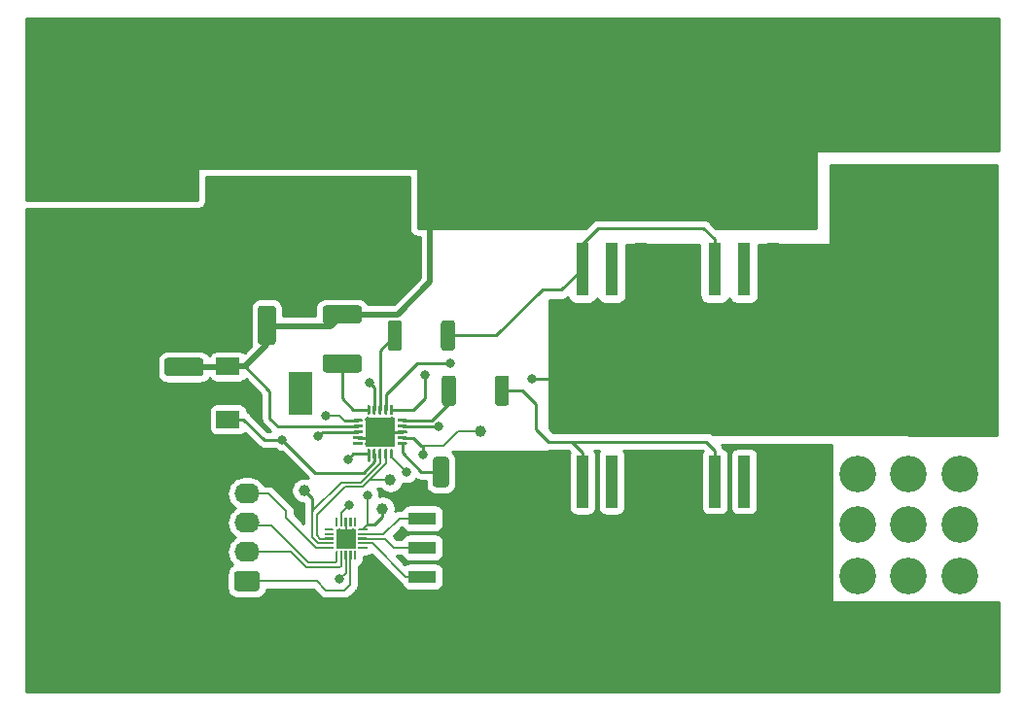
<source format=gtl>
G04 #@! TF.GenerationSoftware,KiCad,Pcbnew,(5.1.10)-1*
G04 #@! TF.CreationDate,2021-06-12T15:14:09-04:00*
G04 #@! TF.ProjectId,Motor Controller 2020,4d6f746f-7220-4436-9f6e-74726f6c6c65,rev?*
G04 #@! TF.SameCoordinates,Original*
G04 #@! TF.FileFunction,Copper,L1,Top*
G04 #@! TF.FilePolarity,Positive*
%FSLAX46Y46*%
G04 Gerber Fmt 4.6, Leading zero omitted, Abs format (unit mm)*
G04 Created by KiCad (PCBNEW (5.1.10)-1) date 2021-06-12 15:14:09*
%MOMM*%
%LPD*%
G01*
G04 APERTURE LIST*
G04 #@! TA.AperFunction,ComponentPad*
%ADD10C,3.200000*%
G04 #@! TD*
G04 #@! TA.AperFunction,SMDPad,CuDef*
%ADD11R,2.440000X1.120000*%
G04 #@! TD*
G04 #@! TA.AperFunction,SMDPad,CuDef*
%ADD12R,2.000000X3.800000*%
G04 #@! TD*
G04 #@! TA.AperFunction,SMDPad,CuDef*
%ADD13R,2.000000X1.500000*%
G04 #@! TD*
G04 #@! TA.AperFunction,ComponentPad*
%ADD14O,2.190000X1.740000*%
G04 #@! TD*
G04 #@! TA.AperFunction,SMDPad,CuDef*
%ADD15R,1.100000X4.600000*%
G04 #@! TD*
G04 #@! TA.AperFunction,SMDPad,CuDef*
%ADD16R,10.800000X9.400000*%
G04 #@! TD*
G04 #@! TA.AperFunction,SMDPad,CuDef*
%ADD17R,2.600000X2.600000*%
G04 #@! TD*
G04 #@! TA.AperFunction,ComponentPad*
%ADD18C,0.500000*%
G04 #@! TD*
G04 #@! TA.AperFunction,SMDPad,CuDef*
%ADD19C,0.150000*%
G04 #@! TD*
G04 #@! TA.AperFunction,SMDPad,CuDef*
%ADD20R,1.700000X1.700000*%
G04 #@! TD*
G04 #@! TA.AperFunction,SMDPad,CuDef*
%ADD21C,1.000000*%
G04 #@! TD*
G04 #@! TA.AperFunction,ViaPad*
%ADD22C,0.800000*%
G04 #@! TD*
G04 #@! TA.AperFunction,Conductor*
%ADD23C,0.508000*%
G04 #@! TD*
G04 #@! TA.AperFunction,Conductor*
%ADD24C,0.250000*%
G04 #@! TD*
G04 #@! TA.AperFunction,Conductor*
%ADD25C,0.200000*%
G04 #@! TD*
G04 #@! TA.AperFunction,Conductor*
%ADD26C,0.254000*%
G04 #@! TD*
G04 #@! TA.AperFunction,Conductor*
%ADD27C,0.150000*%
G04 #@! TD*
G04 APERTURE END LIST*
D10*
X166200000Y-65000000D03*
X166200000Y-69435000D03*
X170635000Y-65000000D03*
X166200000Y-60565000D03*
X161765000Y-65000000D03*
X161765000Y-69435000D03*
X161765000Y-60565000D03*
X170635000Y-60565000D03*
X170635000Y-69435000D03*
D11*
X132505000Y-92202000D03*
X123895000Y-87122000D03*
X132505000Y-89662000D03*
X123895000Y-89662000D03*
X132505000Y-87122000D03*
X123895000Y-92202000D03*
D12*
X113259000Y-76200000D03*
D13*
X106959000Y-76200000D03*
X106959000Y-78500000D03*
X106959000Y-73900000D03*
G04 #@! TA.AperFunction,ComponentPad*
G36*
G01*
X109445001Y-93470000D02*
X107754999Y-93470000D01*
G75*
G02*
X107505000Y-93220001I0J249999D01*
G01*
X107505000Y-91979999D01*
G75*
G02*
X107754999Y-91730000I249999J0D01*
G01*
X109445001Y-91730000D01*
G75*
G02*
X109695000Y-91979999I0J-249999D01*
G01*
X109695000Y-93220001D01*
G75*
G02*
X109445001Y-93470000I-249999J0D01*
G01*
G37*
G04 #@! TD.AperFunction*
D14*
X108600000Y-90060000D03*
X108600000Y-87520000D03*
X108600000Y-84980000D03*
X108600000Y-82440000D03*
G04 #@! TA.AperFunction,SMDPad,CuDef*
G36*
G01*
X101673998Y-77423000D02*
X104574002Y-77423000D01*
G75*
G02*
X104824000Y-77672998I0J-249998D01*
G01*
X104824000Y-78748002D01*
G75*
G02*
X104574002Y-78998000I-249998J0D01*
G01*
X101673998Y-78998000D01*
G75*
G02*
X101424000Y-78748002I0J249998D01*
G01*
X101424000Y-77672998D01*
G75*
G02*
X101673998Y-77423000I249998J0D01*
G01*
G37*
G04 #@! TD.AperFunction*
G04 #@! TA.AperFunction,SMDPad,CuDef*
G36*
G01*
X101673998Y-73148000D02*
X104574002Y-73148000D01*
G75*
G02*
X104824000Y-73397998I0J-249998D01*
G01*
X104824000Y-74473002D01*
G75*
G02*
X104574002Y-74723000I-249998J0D01*
G01*
X101673998Y-74723000D01*
G75*
G02*
X101424000Y-74473002I0J249998D01*
G01*
X101424000Y-73397998D01*
G75*
G02*
X101673998Y-73148000I249998J0D01*
G01*
G37*
G04 #@! TD.AperFunction*
G04 #@! TA.AperFunction,SMDPad,CuDef*
G36*
G01*
X109049997Y-59150000D02*
X118150003Y-59150000D01*
G75*
G02*
X118400000Y-59399997I0J-249997D01*
G01*
X118400000Y-67700003D01*
G75*
G02*
X118150003Y-67950000I-249997J0D01*
G01*
X109049997Y-67950000D01*
G75*
G02*
X108800000Y-67700003I0J249997D01*
G01*
X108800000Y-59399997D01*
G75*
G02*
X109049997Y-59150000I249997J0D01*
G01*
G37*
G04 #@! TD.AperFunction*
G04 #@! TA.AperFunction,SMDPad,CuDef*
G36*
G01*
X109049997Y-45650000D02*
X118150003Y-45650000D01*
G75*
G02*
X118400000Y-45899997I0J-249997D01*
G01*
X118400000Y-54200003D01*
G75*
G02*
X118150003Y-54450000I-249997J0D01*
G01*
X109049997Y-54450000D01*
G75*
G02*
X108800000Y-54200003I0J249997D01*
G01*
X108800000Y-45899997D01*
G75*
G02*
X109049997Y-45650000I249997J0D01*
G01*
G37*
G04 #@! TD.AperFunction*
D10*
X100828000Y-56135000D03*
X100828000Y-47265000D03*
X91958000Y-47265000D03*
X91958000Y-56135000D03*
X91958000Y-51700000D03*
X96393000Y-47265000D03*
X100828000Y-51700000D03*
X96393000Y-56135000D03*
X96393000Y-51700000D03*
X96400000Y-94100000D03*
X96400000Y-98535000D03*
X100835000Y-94100000D03*
X96400000Y-89665000D03*
X91965000Y-94100000D03*
X91965000Y-98535000D03*
X91965000Y-89665000D03*
X100835000Y-89665000D03*
X100835000Y-98535000D03*
X170635000Y-92135000D03*
X170635000Y-83265000D03*
X161765000Y-83265000D03*
X161765000Y-92135000D03*
X161765000Y-87700000D03*
X166200000Y-83265000D03*
X170635000Y-87700000D03*
X166200000Y-92135000D03*
X166200000Y-87700000D03*
D15*
X137795000Y-65376000D03*
X140335000Y-65376000D03*
X142875000Y-65376000D03*
D16*
X140335000Y-56226000D03*
X140354000Y-74780000D03*
D15*
X142894000Y-83930000D03*
X140354000Y-83930000D03*
X137814000Y-83930000D03*
D16*
X151873000Y-56238000D03*
D15*
X154413000Y-65388000D03*
X151873000Y-65388000D03*
X149333000Y-65388000D03*
X149352000Y-83918000D03*
X151892000Y-83918000D03*
X154432000Y-83918000D03*
D16*
X151892000Y-74768000D03*
G04 #@! TA.AperFunction,SMDPad,CuDef*
G36*
G01*
X167625001Y-57975000D02*
X164774999Y-57975000D01*
G75*
G02*
X164525000Y-57725001I0J249999D01*
G01*
X164525000Y-56999999D01*
G75*
G02*
X164774999Y-56750000I249999J0D01*
G01*
X167625001Y-56750000D01*
G75*
G02*
X167875000Y-56999999I0J-249999D01*
G01*
X167875000Y-57725001D01*
G75*
G02*
X167625001Y-57975000I-249999J0D01*
G01*
G37*
G04 #@! TD.AperFunction*
G04 #@! TA.AperFunction,SMDPad,CuDef*
G36*
G01*
X167625001Y-52050000D02*
X164774999Y-52050000D01*
G75*
G02*
X164525000Y-51800001I0J249999D01*
G01*
X164525000Y-51074999D01*
G75*
G02*
X164774999Y-50825000I249999J0D01*
G01*
X167625001Y-50825000D01*
G75*
G02*
X167875000Y-51074999I0J-249999D01*
G01*
X167875000Y-51800001D01*
G75*
G02*
X167625001Y-52050000I-249999J0D01*
G01*
G37*
G04 #@! TD.AperFunction*
G04 #@! TA.AperFunction,SMDPad,CuDef*
G36*
G01*
X120875000Y-72275001D02*
X120875000Y-70124999D01*
G75*
G02*
X121124999Y-69875000I249999J0D01*
G01*
X121850001Y-69875000D01*
G75*
G02*
X122100000Y-70124999I0J-249999D01*
G01*
X122100000Y-72275001D01*
G75*
G02*
X121850001Y-72525000I-249999J0D01*
G01*
X121124999Y-72525000D01*
G75*
G02*
X120875000Y-72275001I0J249999D01*
G01*
G37*
G04 #@! TD.AperFunction*
G04 #@! TA.AperFunction,SMDPad,CuDef*
G36*
G01*
X125500000Y-72275001D02*
X125500000Y-70124999D01*
G75*
G02*
X125749999Y-69875000I249999J0D01*
G01*
X126475001Y-69875000D01*
G75*
G02*
X126725000Y-70124999I0J-249999D01*
G01*
X126725000Y-72275001D01*
G75*
G02*
X126475001Y-72525000I-249999J0D01*
G01*
X125749999Y-72525000D01*
G75*
G02*
X125500000Y-72275001I0J249999D01*
G01*
G37*
G04 #@! TD.AperFunction*
G04 #@! TA.AperFunction,SMDPad,CuDef*
G36*
G01*
X130200000Y-77075001D02*
X130200000Y-74924999D01*
G75*
G02*
X130449999Y-74675000I249999J0D01*
G01*
X131175001Y-74675000D01*
G75*
G02*
X131425000Y-74924999I0J-249999D01*
G01*
X131425000Y-77075001D01*
G75*
G02*
X131175001Y-77325000I-249999J0D01*
G01*
X130449999Y-77325000D01*
G75*
G02*
X130200000Y-77075001I0J249999D01*
G01*
G37*
G04 #@! TD.AperFunction*
G04 #@! TA.AperFunction,SMDPad,CuDef*
G36*
G01*
X125575000Y-77075001D02*
X125575000Y-74924999D01*
G75*
G02*
X125824999Y-74675000I249999J0D01*
G01*
X126550001Y-74675000D01*
G75*
G02*
X126800000Y-74924999I0J-249999D01*
G01*
X126800000Y-77075001D01*
G75*
G02*
X126550001Y-77325000I-249999J0D01*
G01*
X125824999Y-77325000D01*
G75*
G02*
X125575000Y-77075001I0J249999D01*
G01*
G37*
G04 #@! TD.AperFunction*
G04 #@! TA.AperFunction,SMDPad,CuDef*
G36*
G01*
X115449998Y-68575000D02*
X118350002Y-68575000D01*
G75*
G02*
X118600000Y-68824998I0J-249998D01*
G01*
X118600000Y-69900002D01*
G75*
G02*
X118350002Y-70150000I-249998J0D01*
G01*
X115449998Y-70150000D01*
G75*
G02*
X115200000Y-69900002I0J249998D01*
G01*
X115200000Y-68824998D01*
G75*
G02*
X115449998Y-68575000I249998J0D01*
G01*
G37*
G04 #@! TD.AperFunction*
G04 #@! TA.AperFunction,SMDPad,CuDef*
G36*
G01*
X115449998Y-72850000D02*
X118350002Y-72850000D01*
G75*
G02*
X118600000Y-73099998I0J-249998D01*
G01*
X118600000Y-74175002D01*
G75*
G02*
X118350002Y-74425000I-249998J0D01*
G01*
X115449998Y-74425000D01*
G75*
G02*
X115200000Y-74175002I0J249998D01*
G01*
X115200000Y-73099998D01*
G75*
G02*
X115449998Y-72850000I249998J0D01*
G01*
G37*
G04 #@! TD.AperFunction*
G04 #@! TA.AperFunction,SMDPad,CuDef*
G36*
G01*
X131000000Y-82024999D02*
X131000000Y-84175001D01*
G75*
G02*
X130750001Y-84425000I-249999J0D01*
G01*
X129849999Y-84425000D01*
G75*
G02*
X129600000Y-84175001I0J249999D01*
G01*
X129600000Y-82024999D01*
G75*
G02*
X129849999Y-81775000I249999J0D01*
G01*
X130750001Y-81775000D01*
G75*
G02*
X131000000Y-82024999I0J-249999D01*
G01*
G37*
G04 #@! TD.AperFunction*
G04 #@! TA.AperFunction,SMDPad,CuDef*
G36*
G01*
X126200000Y-82024999D02*
X126200000Y-84175001D01*
G75*
G02*
X125950001Y-84425000I-249999J0D01*
G01*
X125049999Y-84425000D01*
G75*
G02*
X124800000Y-84175001I0J249999D01*
G01*
X124800000Y-82024999D01*
G75*
G02*
X125049999Y-81775000I249999J0D01*
G01*
X125950001Y-81775000D01*
G75*
G02*
X126200000Y-82024999I0J-249999D01*
G01*
G37*
G04 #@! TD.AperFunction*
G04 #@! TA.AperFunction,SMDPad,CuDef*
G36*
G01*
X122550000Y-80537500D02*
X122550000Y-80662500D01*
G75*
G02*
X122487500Y-80725000I-62500J0D01*
G01*
X121762500Y-80725000D01*
G75*
G02*
X121700000Y-80662500I0J62500D01*
G01*
X121700000Y-80537500D01*
G75*
G02*
X121762500Y-80475000I62500J0D01*
G01*
X122487500Y-80475000D01*
G75*
G02*
X122550000Y-80537500I0J-62500D01*
G01*
G37*
G04 #@! TD.AperFunction*
G04 #@! TA.AperFunction,SMDPad,CuDef*
G36*
G01*
X122550000Y-80037500D02*
X122550000Y-80162500D01*
G75*
G02*
X122487500Y-80225000I-62500J0D01*
G01*
X121762500Y-80225000D01*
G75*
G02*
X121700000Y-80162500I0J62500D01*
G01*
X121700000Y-80037500D01*
G75*
G02*
X121762500Y-79975000I62500J0D01*
G01*
X122487500Y-79975000D01*
G75*
G02*
X122550000Y-80037500I0J-62500D01*
G01*
G37*
G04 #@! TD.AperFunction*
G04 #@! TA.AperFunction,SMDPad,CuDef*
G36*
G01*
X122550000Y-79537500D02*
X122550000Y-79662500D01*
G75*
G02*
X122487500Y-79725000I-62500J0D01*
G01*
X121762500Y-79725000D01*
G75*
G02*
X121700000Y-79662500I0J62500D01*
G01*
X121700000Y-79537500D01*
G75*
G02*
X121762500Y-79475000I62500J0D01*
G01*
X122487500Y-79475000D01*
G75*
G02*
X122550000Y-79537500I0J-62500D01*
G01*
G37*
G04 #@! TD.AperFunction*
G04 #@! TA.AperFunction,SMDPad,CuDef*
G36*
G01*
X122550000Y-79037500D02*
X122550000Y-79162500D01*
G75*
G02*
X122487500Y-79225000I-62500J0D01*
G01*
X121762500Y-79225000D01*
G75*
G02*
X121700000Y-79162500I0J62500D01*
G01*
X121700000Y-79037500D01*
G75*
G02*
X121762500Y-78975000I62500J0D01*
G01*
X122487500Y-78975000D01*
G75*
G02*
X122550000Y-79037500I0J-62500D01*
G01*
G37*
G04 #@! TD.AperFunction*
G04 #@! TA.AperFunction,SMDPad,CuDef*
G36*
G01*
X122550000Y-78537500D02*
X122550000Y-78662500D01*
G75*
G02*
X122487500Y-78725000I-62500J0D01*
G01*
X121762500Y-78725000D01*
G75*
G02*
X121700000Y-78662500I0J62500D01*
G01*
X121700000Y-78537500D01*
G75*
G02*
X121762500Y-78475000I62500J0D01*
G01*
X122487500Y-78475000D01*
G75*
G02*
X122550000Y-78537500I0J-62500D01*
G01*
G37*
G04 #@! TD.AperFunction*
G04 #@! TA.AperFunction,SMDPad,CuDef*
G36*
G01*
X121325000Y-77312500D02*
X121325000Y-78037500D01*
G75*
G02*
X121262500Y-78100000I-62500J0D01*
G01*
X121137500Y-78100000D01*
G75*
G02*
X121075000Y-78037500I0J62500D01*
G01*
X121075000Y-77312500D01*
G75*
G02*
X121137500Y-77250000I62500J0D01*
G01*
X121262500Y-77250000D01*
G75*
G02*
X121325000Y-77312500I0J-62500D01*
G01*
G37*
G04 #@! TD.AperFunction*
G04 #@! TA.AperFunction,SMDPad,CuDef*
G36*
G01*
X120825000Y-77312500D02*
X120825000Y-78037500D01*
G75*
G02*
X120762500Y-78100000I-62500J0D01*
G01*
X120637500Y-78100000D01*
G75*
G02*
X120575000Y-78037500I0J62500D01*
G01*
X120575000Y-77312500D01*
G75*
G02*
X120637500Y-77250000I62500J0D01*
G01*
X120762500Y-77250000D01*
G75*
G02*
X120825000Y-77312500I0J-62500D01*
G01*
G37*
G04 #@! TD.AperFunction*
G04 #@! TA.AperFunction,SMDPad,CuDef*
G36*
G01*
X120325000Y-77312500D02*
X120325000Y-78037500D01*
G75*
G02*
X120262500Y-78100000I-62500J0D01*
G01*
X120137500Y-78100000D01*
G75*
G02*
X120075000Y-78037500I0J62500D01*
G01*
X120075000Y-77312500D01*
G75*
G02*
X120137500Y-77250000I62500J0D01*
G01*
X120262500Y-77250000D01*
G75*
G02*
X120325000Y-77312500I0J-62500D01*
G01*
G37*
G04 #@! TD.AperFunction*
G04 #@! TA.AperFunction,SMDPad,CuDef*
G36*
G01*
X119825000Y-77312500D02*
X119825000Y-78037500D01*
G75*
G02*
X119762500Y-78100000I-62500J0D01*
G01*
X119637500Y-78100000D01*
G75*
G02*
X119575000Y-78037500I0J62500D01*
G01*
X119575000Y-77312500D01*
G75*
G02*
X119637500Y-77250000I62500J0D01*
G01*
X119762500Y-77250000D01*
G75*
G02*
X119825000Y-77312500I0J-62500D01*
G01*
G37*
G04 #@! TD.AperFunction*
G04 #@! TA.AperFunction,SMDPad,CuDef*
G36*
G01*
X119325000Y-77312500D02*
X119325000Y-78037500D01*
G75*
G02*
X119262500Y-78100000I-62500J0D01*
G01*
X119137500Y-78100000D01*
G75*
G02*
X119075000Y-78037500I0J62500D01*
G01*
X119075000Y-77312500D01*
G75*
G02*
X119137500Y-77250000I62500J0D01*
G01*
X119262500Y-77250000D01*
G75*
G02*
X119325000Y-77312500I0J-62500D01*
G01*
G37*
G04 #@! TD.AperFunction*
G04 #@! TA.AperFunction,SMDPad,CuDef*
G36*
G01*
X118700000Y-78537500D02*
X118700000Y-78662500D01*
G75*
G02*
X118637500Y-78725000I-62500J0D01*
G01*
X117912500Y-78725000D01*
G75*
G02*
X117850000Y-78662500I0J62500D01*
G01*
X117850000Y-78537500D01*
G75*
G02*
X117912500Y-78475000I62500J0D01*
G01*
X118637500Y-78475000D01*
G75*
G02*
X118700000Y-78537500I0J-62500D01*
G01*
G37*
G04 #@! TD.AperFunction*
G04 #@! TA.AperFunction,SMDPad,CuDef*
G36*
G01*
X118700000Y-79037500D02*
X118700000Y-79162500D01*
G75*
G02*
X118637500Y-79225000I-62500J0D01*
G01*
X117912500Y-79225000D01*
G75*
G02*
X117850000Y-79162500I0J62500D01*
G01*
X117850000Y-79037500D01*
G75*
G02*
X117912500Y-78975000I62500J0D01*
G01*
X118637500Y-78975000D01*
G75*
G02*
X118700000Y-79037500I0J-62500D01*
G01*
G37*
G04 #@! TD.AperFunction*
G04 #@! TA.AperFunction,SMDPad,CuDef*
G36*
G01*
X118700000Y-79537500D02*
X118700000Y-79662500D01*
G75*
G02*
X118637500Y-79725000I-62500J0D01*
G01*
X117912500Y-79725000D01*
G75*
G02*
X117850000Y-79662500I0J62500D01*
G01*
X117850000Y-79537500D01*
G75*
G02*
X117912500Y-79475000I62500J0D01*
G01*
X118637500Y-79475000D01*
G75*
G02*
X118700000Y-79537500I0J-62500D01*
G01*
G37*
G04 #@! TD.AperFunction*
G04 #@! TA.AperFunction,SMDPad,CuDef*
G36*
G01*
X118700000Y-80037500D02*
X118700000Y-80162500D01*
G75*
G02*
X118637500Y-80225000I-62500J0D01*
G01*
X117912500Y-80225000D01*
G75*
G02*
X117850000Y-80162500I0J62500D01*
G01*
X117850000Y-80037500D01*
G75*
G02*
X117912500Y-79975000I62500J0D01*
G01*
X118637500Y-79975000D01*
G75*
G02*
X118700000Y-80037500I0J-62500D01*
G01*
G37*
G04 #@! TD.AperFunction*
G04 #@! TA.AperFunction,SMDPad,CuDef*
G36*
G01*
X118700000Y-80537500D02*
X118700000Y-80662500D01*
G75*
G02*
X118637500Y-80725000I-62500J0D01*
G01*
X117912500Y-80725000D01*
G75*
G02*
X117850000Y-80662500I0J62500D01*
G01*
X117850000Y-80537500D01*
G75*
G02*
X117912500Y-80475000I62500J0D01*
G01*
X118637500Y-80475000D01*
G75*
G02*
X118700000Y-80537500I0J-62500D01*
G01*
G37*
G04 #@! TD.AperFunction*
G04 #@! TA.AperFunction,SMDPad,CuDef*
G36*
G01*
X119325000Y-81162500D02*
X119325000Y-81887500D01*
G75*
G02*
X119262500Y-81950000I-62500J0D01*
G01*
X119137500Y-81950000D01*
G75*
G02*
X119075000Y-81887500I0J62500D01*
G01*
X119075000Y-81162500D01*
G75*
G02*
X119137500Y-81100000I62500J0D01*
G01*
X119262500Y-81100000D01*
G75*
G02*
X119325000Y-81162500I0J-62500D01*
G01*
G37*
G04 #@! TD.AperFunction*
G04 #@! TA.AperFunction,SMDPad,CuDef*
G36*
G01*
X119825000Y-81162500D02*
X119825000Y-81887500D01*
G75*
G02*
X119762500Y-81950000I-62500J0D01*
G01*
X119637500Y-81950000D01*
G75*
G02*
X119575000Y-81887500I0J62500D01*
G01*
X119575000Y-81162500D01*
G75*
G02*
X119637500Y-81100000I62500J0D01*
G01*
X119762500Y-81100000D01*
G75*
G02*
X119825000Y-81162500I0J-62500D01*
G01*
G37*
G04 #@! TD.AperFunction*
G04 #@! TA.AperFunction,SMDPad,CuDef*
G36*
G01*
X120325000Y-81162500D02*
X120325000Y-81887500D01*
G75*
G02*
X120262500Y-81950000I-62500J0D01*
G01*
X120137500Y-81950000D01*
G75*
G02*
X120075000Y-81887500I0J62500D01*
G01*
X120075000Y-81162500D01*
G75*
G02*
X120137500Y-81100000I62500J0D01*
G01*
X120262500Y-81100000D01*
G75*
G02*
X120325000Y-81162500I0J-62500D01*
G01*
G37*
G04 #@! TD.AperFunction*
G04 #@! TA.AperFunction,SMDPad,CuDef*
G36*
G01*
X120825000Y-81162500D02*
X120825000Y-81887500D01*
G75*
G02*
X120762500Y-81950000I-62500J0D01*
G01*
X120637500Y-81950000D01*
G75*
G02*
X120575000Y-81887500I0J62500D01*
G01*
X120575000Y-81162500D01*
G75*
G02*
X120637500Y-81100000I62500J0D01*
G01*
X120762500Y-81100000D01*
G75*
G02*
X120825000Y-81162500I0J-62500D01*
G01*
G37*
G04 #@! TD.AperFunction*
G04 #@! TA.AperFunction,SMDPad,CuDef*
G36*
G01*
X121325000Y-81162500D02*
X121325000Y-81887500D01*
G75*
G02*
X121262500Y-81950000I-62500J0D01*
G01*
X121137500Y-81950000D01*
G75*
G02*
X121075000Y-81887500I0J62500D01*
G01*
X121075000Y-81162500D01*
G75*
G02*
X121137500Y-81100000I62500J0D01*
G01*
X121262500Y-81100000D01*
G75*
G02*
X121325000Y-81162500I0J-62500D01*
G01*
G37*
G04 #@! TD.AperFunction*
D17*
X120200000Y-79600000D03*
D18*
X121250000Y-80650000D03*
X119150000Y-80650000D03*
X121250000Y-78550000D03*
X119150000Y-78550000D03*
G04 #@! TA.AperFunction,SMDPad,CuDef*
G36*
G01*
X105275000Y-71750002D02*
X105275000Y-68849998D01*
G75*
G02*
X105524998Y-68600000I249998J0D01*
G01*
X106600002Y-68600000D01*
G75*
G02*
X106850000Y-68849998I0J-249998D01*
G01*
X106850000Y-71750002D01*
G75*
G02*
X106600002Y-72000000I-249998J0D01*
G01*
X105524998Y-72000000D01*
G75*
G02*
X105275000Y-71750002I0J249998D01*
G01*
G37*
G04 #@! TD.AperFunction*
G04 #@! TA.AperFunction,SMDPad,CuDef*
G36*
G01*
X109550000Y-71750002D02*
X109550000Y-68849998D01*
G75*
G02*
X109799998Y-68600000I249998J0D01*
G01*
X110875002Y-68600000D01*
G75*
G02*
X111125000Y-68849998I0J-249998D01*
G01*
X111125000Y-71750002D01*
G75*
G02*
X110875002Y-72000000I-249998J0D01*
G01*
X109799998Y-72000000D01*
G75*
G02*
X109550000Y-71750002I0J249998D01*
G01*
G37*
G04 #@! TD.AperFunction*
G04 #@! TA.AperFunction,SMDPad,CuDef*
D19*
G36*
X118361956Y-89799039D02*
G01*
X118352577Y-89796194D01*
X118343932Y-89791573D01*
X118336356Y-89785355D01*
X118285645Y-89734644D01*
X118279427Y-89727068D01*
X118274806Y-89718423D01*
X118271961Y-89709044D01*
X118271000Y-89699289D01*
X118271000Y-89650000D01*
X118271961Y-89640245D01*
X118274806Y-89630866D01*
X118279427Y-89622221D01*
X118285645Y-89614645D01*
X118293221Y-89608427D01*
X118301866Y-89603806D01*
X118311245Y-89600961D01*
X118321000Y-89600000D01*
X119021000Y-89600000D01*
X119030755Y-89600961D01*
X119040134Y-89603806D01*
X119048779Y-89608427D01*
X119056355Y-89614645D01*
X119062573Y-89622221D01*
X119067194Y-89630866D01*
X119070039Y-89640245D01*
X119071000Y-89650000D01*
X119071000Y-89750000D01*
X119070039Y-89759755D01*
X119067194Y-89769134D01*
X119062573Y-89777779D01*
X119056355Y-89785355D01*
X119048779Y-89791573D01*
X119040134Y-89796194D01*
X119030755Y-89799039D01*
X119021000Y-89800000D01*
X118371711Y-89800000D01*
X118361956Y-89799039D01*
G37*
G04 #@! TD.AperFunction*
G04 #@! TA.AperFunction,SMDPad,CuDef*
G36*
G01*
X119071000Y-89250000D02*
X119071000Y-89350000D01*
G75*
G02*
X119021000Y-89400000I-50000J0D01*
G01*
X118321000Y-89400000D01*
G75*
G02*
X118271000Y-89350000I0J50000D01*
G01*
X118271000Y-89250000D01*
G75*
G02*
X118321000Y-89200000I50000J0D01*
G01*
X119021000Y-89200000D01*
G75*
G02*
X119071000Y-89250000I0J-50000D01*
G01*
G37*
G04 #@! TD.AperFunction*
G04 #@! TA.AperFunction,SMDPad,CuDef*
G36*
G01*
X119071000Y-88850000D02*
X119071000Y-88950000D01*
G75*
G02*
X119021000Y-89000000I-50000J0D01*
G01*
X118321000Y-89000000D01*
G75*
G02*
X118271000Y-88950000I0J50000D01*
G01*
X118271000Y-88850000D01*
G75*
G02*
X118321000Y-88800000I50000J0D01*
G01*
X119021000Y-88800000D01*
G75*
G02*
X119071000Y-88850000I0J-50000D01*
G01*
G37*
G04 #@! TD.AperFunction*
G04 #@! TA.AperFunction,SMDPad,CuDef*
G36*
G01*
X119071000Y-88450000D02*
X119071000Y-88550000D01*
G75*
G02*
X119021000Y-88600000I-50000J0D01*
G01*
X118321000Y-88600000D01*
G75*
G02*
X118271000Y-88550000I0J50000D01*
G01*
X118271000Y-88450000D01*
G75*
G02*
X118321000Y-88400000I50000J0D01*
G01*
X119021000Y-88400000D01*
G75*
G02*
X119071000Y-88450000I0J-50000D01*
G01*
G37*
G04 #@! TD.AperFunction*
G04 #@! TA.AperFunction,SMDPad,CuDef*
G36*
X118311245Y-88199039D02*
G01*
X118301866Y-88196194D01*
X118293221Y-88191573D01*
X118285645Y-88185355D01*
X118279427Y-88177779D01*
X118274806Y-88169134D01*
X118271961Y-88159755D01*
X118271000Y-88150000D01*
X118271000Y-88100711D01*
X118271961Y-88090956D01*
X118274806Y-88081577D01*
X118279427Y-88072932D01*
X118285645Y-88065356D01*
X118336356Y-88014645D01*
X118343932Y-88008427D01*
X118352577Y-88003806D01*
X118361956Y-88000961D01*
X118371711Y-88000000D01*
X119021000Y-88000000D01*
X119030755Y-88000961D01*
X119040134Y-88003806D01*
X119048779Y-88008427D01*
X119056355Y-88014645D01*
X119062573Y-88022221D01*
X119067194Y-88030866D01*
X119070039Y-88040245D01*
X119071000Y-88050000D01*
X119071000Y-88150000D01*
X119070039Y-88159755D01*
X119067194Y-88169134D01*
X119062573Y-88177779D01*
X119056355Y-88185355D01*
X119048779Y-88191573D01*
X119040134Y-88196194D01*
X119030755Y-88199039D01*
X119021000Y-88200000D01*
X118321000Y-88200000D01*
X118311245Y-88199039D01*
G37*
G04 #@! TD.AperFunction*
G04 #@! TA.AperFunction,SMDPad,CuDef*
G36*
X117961245Y-87849039D02*
G01*
X117951866Y-87846194D01*
X117943221Y-87841573D01*
X117935645Y-87835355D01*
X117929427Y-87827779D01*
X117924806Y-87819134D01*
X117921961Y-87809755D01*
X117921000Y-87800000D01*
X117921000Y-87100000D01*
X117921961Y-87090245D01*
X117924806Y-87080866D01*
X117929427Y-87072221D01*
X117935645Y-87064645D01*
X117943221Y-87058427D01*
X117951866Y-87053806D01*
X117961245Y-87050961D01*
X117971000Y-87050000D01*
X118071000Y-87050000D01*
X118080755Y-87050961D01*
X118090134Y-87053806D01*
X118098779Y-87058427D01*
X118106355Y-87064645D01*
X118112573Y-87072221D01*
X118117194Y-87080866D01*
X118120039Y-87090245D01*
X118121000Y-87100000D01*
X118121000Y-87749289D01*
X118120039Y-87759044D01*
X118117194Y-87768423D01*
X118112573Y-87777068D01*
X118106355Y-87784644D01*
X118055644Y-87835355D01*
X118048068Y-87841573D01*
X118039423Y-87846194D01*
X118030044Y-87849039D01*
X118020289Y-87850000D01*
X117971000Y-87850000D01*
X117961245Y-87849039D01*
G37*
G04 #@! TD.AperFunction*
G04 #@! TA.AperFunction,SMDPad,CuDef*
G36*
G01*
X117721000Y-87100000D02*
X117721000Y-87800000D01*
G75*
G02*
X117671000Y-87850000I-50000J0D01*
G01*
X117571000Y-87850000D01*
G75*
G02*
X117521000Y-87800000I0J50000D01*
G01*
X117521000Y-87100000D01*
G75*
G02*
X117571000Y-87050000I50000J0D01*
G01*
X117671000Y-87050000D01*
G75*
G02*
X117721000Y-87100000I0J-50000D01*
G01*
G37*
G04 #@! TD.AperFunction*
G04 #@! TA.AperFunction,SMDPad,CuDef*
G36*
G01*
X117321000Y-87100000D02*
X117321000Y-87800000D01*
G75*
G02*
X117271000Y-87850000I-50000J0D01*
G01*
X117171000Y-87850000D01*
G75*
G02*
X117121000Y-87800000I0J50000D01*
G01*
X117121000Y-87100000D01*
G75*
G02*
X117171000Y-87050000I50000J0D01*
G01*
X117271000Y-87050000D01*
G75*
G02*
X117321000Y-87100000I0J-50000D01*
G01*
G37*
G04 #@! TD.AperFunction*
G04 #@! TA.AperFunction,SMDPad,CuDef*
G36*
G01*
X116921000Y-87100000D02*
X116921000Y-87800000D01*
G75*
G02*
X116871000Y-87850000I-50000J0D01*
G01*
X116771000Y-87850000D01*
G75*
G02*
X116721000Y-87800000I0J50000D01*
G01*
X116721000Y-87100000D01*
G75*
G02*
X116771000Y-87050000I50000J0D01*
G01*
X116871000Y-87050000D01*
G75*
G02*
X116921000Y-87100000I0J-50000D01*
G01*
G37*
G04 #@! TD.AperFunction*
G04 #@! TA.AperFunction,SMDPad,CuDef*
G36*
X116411956Y-87849039D02*
G01*
X116402577Y-87846194D01*
X116393932Y-87841573D01*
X116386356Y-87835355D01*
X116335645Y-87784644D01*
X116329427Y-87777068D01*
X116324806Y-87768423D01*
X116321961Y-87759044D01*
X116321000Y-87749289D01*
X116321000Y-87100000D01*
X116321961Y-87090245D01*
X116324806Y-87080866D01*
X116329427Y-87072221D01*
X116335645Y-87064645D01*
X116343221Y-87058427D01*
X116351866Y-87053806D01*
X116361245Y-87050961D01*
X116371000Y-87050000D01*
X116471000Y-87050000D01*
X116480755Y-87050961D01*
X116490134Y-87053806D01*
X116498779Y-87058427D01*
X116506355Y-87064645D01*
X116512573Y-87072221D01*
X116517194Y-87080866D01*
X116520039Y-87090245D01*
X116521000Y-87100000D01*
X116521000Y-87800000D01*
X116520039Y-87809755D01*
X116517194Y-87819134D01*
X116512573Y-87827779D01*
X116506355Y-87835355D01*
X116498779Y-87841573D01*
X116490134Y-87846194D01*
X116480755Y-87849039D01*
X116471000Y-87850000D01*
X116421711Y-87850000D01*
X116411956Y-87849039D01*
G37*
G04 #@! TD.AperFunction*
G04 #@! TA.AperFunction,SMDPad,CuDef*
G36*
X115411245Y-88199039D02*
G01*
X115401866Y-88196194D01*
X115393221Y-88191573D01*
X115385645Y-88185355D01*
X115379427Y-88177779D01*
X115374806Y-88169134D01*
X115371961Y-88159755D01*
X115371000Y-88150000D01*
X115371000Y-88050000D01*
X115371961Y-88040245D01*
X115374806Y-88030866D01*
X115379427Y-88022221D01*
X115385645Y-88014645D01*
X115393221Y-88008427D01*
X115401866Y-88003806D01*
X115411245Y-88000961D01*
X115421000Y-88000000D01*
X116070289Y-88000000D01*
X116080044Y-88000961D01*
X116089423Y-88003806D01*
X116098068Y-88008427D01*
X116105644Y-88014645D01*
X116156355Y-88065356D01*
X116162573Y-88072932D01*
X116167194Y-88081577D01*
X116170039Y-88090956D01*
X116171000Y-88100711D01*
X116171000Y-88150000D01*
X116170039Y-88159755D01*
X116167194Y-88169134D01*
X116162573Y-88177779D01*
X116156355Y-88185355D01*
X116148779Y-88191573D01*
X116140134Y-88196194D01*
X116130755Y-88199039D01*
X116121000Y-88200000D01*
X115421000Y-88200000D01*
X115411245Y-88199039D01*
G37*
G04 #@! TD.AperFunction*
G04 #@! TA.AperFunction,SMDPad,CuDef*
G36*
G01*
X116171000Y-88450000D02*
X116171000Y-88550000D01*
G75*
G02*
X116121000Y-88600000I-50000J0D01*
G01*
X115421000Y-88600000D01*
G75*
G02*
X115371000Y-88550000I0J50000D01*
G01*
X115371000Y-88450000D01*
G75*
G02*
X115421000Y-88400000I50000J0D01*
G01*
X116121000Y-88400000D01*
G75*
G02*
X116171000Y-88450000I0J-50000D01*
G01*
G37*
G04 #@! TD.AperFunction*
G04 #@! TA.AperFunction,SMDPad,CuDef*
G36*
G01*
X116171000Y-88850000D02*
X116171000Y-88950000D01*
G75*
G02*
X116121000Y-89000000I-50000J0D01*
G01*
X115421000Y-89000000D01*
G75*
G02*
X115371000Y-88950000I0J50000D01*
G01*
X115371000Y-88850000D01*
G75*
G02*
X115421000Y-88800000I50000J0D01*
G01*
X116121000Y-88800000D01*
G75*
G02*
X116171000Y-88850000I0J-50000D01*
G01*
G37*
G04 #@! TD.AperFunction*
G04 #@! TA.AperFunction,SMDPad,CuDef*
G36*
G01*
X116171000Y-89250000D02*
X116171000Y-89350000D01*
G75*
G02*
X116121000Y-89400000I-50000J0D01*
G01*
X115421000Y-89400000D01*
G75*
G02*
X115371000Y-89350000I0J50000D01*
G01*
X115371000Y-89250000D01*
G75*
G02*
X115421000Y-89200000I50000J0D01*
G01*
X116121000Y-89200000D01*
G75*
G02*
X116171000Y-89250000I0J-50000D01*
G01*
G37*
G04 #@! TD.AperFunction*
G04 #@! TA.AperFunction,SMDPad,CuDef*
G36*
X115411245Y-89799039D02*
G01*
X115401866Y-89796194D01*
X115393221Y-89791573D01*
X115385645Y-89785355D01*
X115379427Y-89777779D01*
X115374806Y-89769134D01*
X115371961Y-89759755D01*
X115371000Y-89750000D01*
X115371000Y-89650000D01*
X115371961Y-89640245D01*
X115374806Y-89630866D01*
X115379427Y-89622221D01*
X115385645Y-89614645D01*
X115393221Y-89608427D01*
X115401866Y-89603806D01*
X115411245Y-89600961D01*
X115421000Y-89600000D01*
X116121000Y-89600000D01*
X116130755Y-89600961D01*
X116140134Y-89603806D01*
X116148779Y-89608427D01*
X116156355Y-89614645D01*
X116162573Y-89622221D01*
X116167194Y-89630866D01*
X116170039Y-89640245D01*
X116171000Y-89650000D01*
X116171000Y-89699289D01*
X116170039Y-89709044D01*
X116167194Y-89718423D01*
X116162573Y-89727068D01*
X116156355Y-89734644D01*
X116105644Y-89785355D01*
X116098068Y-89791573D01*
X116089423Y-89796194D01*
X116080044Y-89799039D01*
X116070289Y-89800000D01*
X115421000Y-89800000D01*
X115411245Y-89799039D01*
G37*
G04 #@! TD.AperFunction*
G04 #@! TA.AperFunction,SMDPad,CuDef*
G36*
X116361245Y-90749039D02*
G01*
X116351866Y-90746194D01*
X116343221Y-90741573D01*
X116335645Y-90735355D01*
X116329427Y-90727779D01*
X116324806Y-90719134D01*
X116321961Y-90709755D01*
X116321000Y-90700000D01*
X116321000Y-90050711D01*
X116321961Y-90040956D01*
X116324806Y-90031577D01*
X116329427Y-90022932D01*
X116335645Y-90015356D01*
X116386356Y-89964645D01*
X116393932Y-89958427D01*
X116402577Y-89953806D01*
X116411956Y-89950961D01*
X116421711Y-89950000D01*
X116471000Y-89950000D01*
X116480755Y-89950961D01*
X116490134Y-89953806D01*
X116498779Y-89958427D01*
X116506355Y-89964645D01*
X116512573Y-89972221D01*
X116517194Y-89980866D01*
X116520039Y-89990245D01*
X116521000Y-90000000D01*
X116521000Y-90700000D01*
X116520039Y-90709755D01*
X116517194Y-90719134D01*
X116512573Y-90727779D01*
X116506355Y-90735355D01*
X116498779Y-90741573D01*
X116490134Y-90746194D01*
X116480755Y-90749039D01*
X116471000Y-90750000D01*
X116371000Y-90750000D01*
X116361245Y-90749039D01*
G37*
G04 #@! TD.AperFunction*
G04 #@! TA.AperFunction,SMDPad,CuDef*
G36*
G01*
X116921000Y-90000000D02*
X116921000Y-90700000D01*
G75*
G02*
X116871000Y-90750000I-50000J0D01*
G01*
X116771000Y-90750000D01*
G75*
G02*
X116721000Y-90700000I0J50000D01*
G01*
X116721000Y-90000000D01*
G75*
G02*
X116771000Y-89950000I50000J0D01*
G01*
X116871000Y-89950000D01*
G75*
G02*
X116921000Y-90000000I0J-50000D01*
G01*
G37*
G04 #@! TD.AperFunction*
G04 #@! TA.AperFunction,SMDPad,CuDef*
G36*
G01*
X117321000Y-90000000D02*
X117321000Y-90700000D01*
G75*
G02*
X117271000Y-90750000I-50000J0D01*
G01*
X117171000Y-90750000D01*
G75*
G02*
X117121000Y-90700000I0J50000D01*
G01*
X117121000Y-90000000D01*
G75*
G02*
X117171000Y-89950000I50000J0D01*
G01*
X117271000Y-89950000D01*
G75*
G02*
X117321000Y-90000000I0J-50000D01*
G01*
G37*
G04 #@! TD.AperFunction*
G04 #@! TA.AperFunction,SMDPad,CuDef*
G36*
G01*
X117721000Y-90000000D02*
X117721000Y-90700000D01*
G75*
G02*
X117671000Y-90750000I-50000J0D01*
G01*
X117571000Y-90750000D01*
G75*
G02*
X117521000Y-90700000I0J50000D01*
G01*
X117521000Y-90000000D01*
G75*
G02*
X117571000Y-89950000I50000J0D01*
G01*
X117671000Y-89950000D01*
G75*
G02*
X117721000Y-90000000I0J-50000D01*
G01*
G37*
G04 #@! TD.AperFunction*
G04 #@! TA.AperFunction,SMDPad,CuDef*
G36*
X117961245Y-90749039D02*
G01*
X117951866Y-90746194D01*
X117943221Y-90741573D01*
X117935645Y-90735355D01*
X117929427Y-90727779D01*
X117924806Y-90719134D01*
X117921961Y-90709755D01*
X117921000Y-90700000D01*
X117921000Y-90000000D01*
X117921961Y-89990245D01*
X117924806Y-89980866D01*
X117929427Y-89972221D01*
X117935645Y-89964645D01*
X117943221Y-89958427D01*
X117951866Y-89953806D01*
X117961245Y-89950961D01*
X117971000Y-89950000D01*
X118020289Y-89950000D01*
X118030044Y-89950961D01*
X118039423Y-89953806D01*
X118048068Y-89958427D01*
X118055644Y-89964645D01*
X118106355Y-90015356D01*
X118112573Y-90022932D01*
X118117194Y-90031577D01*
X118120039Y-90040956D01*
X118121000Y-90050711D01*
X118121000Y-90700000D01*
X118120039Y-90709755D01*
X118117194Y-90719134D01*
X118112573Y-90727779D01*
X118106355Y-90735355D01*
X118098779Y-90741573D01*
X118090134Y-90746194D01*
X118080755Y-90749039D01*
X118071000Y-90750000D01*
X117971000Y-90750000D01*
X117961245Y-90749039D01*
G37*
G04 #@! TD.AperFunction*
D20*
X117221000Y-88900000D03*
D18*
X117821000Y-89500000D03*
X116621000Y-89500000D03*
X117821000Y-88300000D03*
X116621000Y-88300000D03*
D21*
X121100000Y-83800000D03*
X113600000Y-84700000D03*
X120400000Y-86300000D03*
X128900000Y-79500000D03*
D22*
X91059000Y-77470000D03*
X92329000Y-77470000D03*
X93599000Y-77470000D03*
X94869000Y-77470000D03*
X96139000Y-77470000D03*
X97409000Y-77470000D03*
X98679000Y-77470000D03*
X99949000Y-77470000D03*
X91059000Y-78740000D03*
X92329000Y-78740000D03*
X93599000Y-78740000D03*
X94869000Y-78740000D03*
X96139000Y-78740000D03*
X97409000Y-78740000D03*
X98679000Y-78740000D03*
X99949000Y-78740000D03*
X91059000Y-80010000D03*
X92329000Y-80010000D03*
X93599000Y-80010000D03*
X94869000Y-80010000D03*
X96139000Y-80010000D03*
X97409000Y-80010000D03*
X98679000Y-80010000D03*
X99949000Y-80010000D03*
X91059000Y-81280000D03*
X92329000Y-81280000D03*
X93599000Y-81280000D03*
X94869000Y-81280000D03*
X96139000Y-81280000D03*
X97409000Y-81280000D03*
X98679000Y-81280000D03*
X99949000Y-81280000D03*
X91059000Y-82550000D03*
X92329000Y-82550000D03*
X93599000Y-82550000D03*
X94869000Y-82550000D03*
X96139000Y-82550000D03*
X97409000Y-82550000D03*
X98679000Y-82550000D03*
X99949000Y-82550000D03*
X91059000Y-83820000D03*
X92329000Y-83820000D03*
X93599000Y-83820000D03*
X94869000Y-83820000D03*
X96139000Y-83820000D03*
X97409000Y-83820000D03*
X98679000Y-83820000D03*
X99949000Y-83820000D03*
X91059000Y-85090000D03*
X92329000Y-85090000D03*
X93599000Y-85090000D03*
X94869000Y-85090000D03*
X96139000Y-85090000D03*
X97409000Y-85090000D03*
X98679000Y-85090000D03*
X99949000Y-85090000D03*
X91059000Y-86360000D03*
X92329000Y-86360000D03*
X93599000Y-86360000D03*
X94869000Y-86360000D03*
X96139000Y-86360000D03*
X97409000Y-86360000D03*
X98679000Y-86360000D03*
X99949000Y-86360000D03*
X124560000Y-51335000D03*
X125830000Y-51335000D03*
X127100000Y-51335000D03*
X128370000Y-51335000D03*
X129640000Y-51335000D03*
X130910000Y-51335000D03*
X132180000Y-51335000D03*
X133450000Y-51335000D03*
X124560000Y-52605000D03*
X125830000Y-52605000D03*
X127100000Y-52605000D03*
X128370000Y-52605000D03*
X129640000Y-52605000D03*
X130910000Y-52605000D03*
X132180000Y-52605000D03*
X133450000Y-52605000D03*
X124560000Y-53875000D03*
X125830000Y-53875000D03*
X127100000Y-53875000D03*
X128370000Y-53875000D03*
X129640000Y-53875000D03*
X130910000Y-53875000D03*
X132180000Y-53875000D03*
X133450000Y-53875000D03*
X124560000Y-55145000D03*
X125830000Y-55145000D03*
X127100000Y-55145000D03*
X128370000Y-55145000D03*
X129640000Y-55145000D03*
X130910000Y-55145000D03*
X132180000Y-55145000D03*
X133450000Y-55145000D03*
X124560000Y-56415000D03*
X125830000Y-56415000D03*
X127100000Y-56415000D03*
X128370000Y-56415000D03*
X129640000Y-56415000D03*
X130910000Y-56415000D03*
X132180000Y-56415000D03*
X124560000Y-57685000D03*
X125830000Y-57685000D03*
X127100000Y-57685000D03*
X128370000Y-57685000D03*
X129640000Y-57685000D03*
X130910000Y-57685000D03*
X132180000Y-57685000D03*
X133450000Y-57685000D03*
X124560000Y-58955000D03*
X125830000Y-58955000D03*
X127100000Y-58955000D03*
X128370000Y-58955000D03*
X129640000Y-58955000D03*
X130910000Y-58955000D03*
X132180000Y-58955000D03*
X133450000Y-58955000D03*
X124560000Y-60225000D03*
X125830000Y-60225000D03*
X127100000Y-60225000D03*
X128370000Y-60225000D03*
X129640000Y-60225000D03*
X130910000Y-60225000D03*
X132180000Y-60225000D03*
X133450000Y-60225000D03*
X133450000Y-56415000D03*
X116700000Y-92400000D03*
X111700000Y-80300000D03*
X133400000Y-75000000D03*
X119300000Y-75300000D03*
X126300000Y-73600000D03*
X124100000Y-74600000D03*
X125300000Y-79100000D03*
X114800000Y-80000000D03*
X115500000Y-78200000D03*
X119100000Y-85100000D03*
X117400000Y-82000000D03*
X123900000Y-81600000D03*
X117500000Y-86000000D03*
X122500000Y-83100000D03*
D23*
X106959000Y-76454000D02*
X107696000Y-76454000D01*
X105156000Y-76200000D02*
X106959000Y-76200000D01*
X104288500Y-77067500D02*
X105156000Y-76200000D01*
X104267000Y-77067500D02*
X104288500Y-77067500D01*
X103124000Y-78210500D02*
X104267000Y-77067500D01*
D24*
X119700000Y-80100000D02*
X120200000Y-79600000D01*
X118275000Y-80100000D02*
X119700000Y-80100000D01*
X122125000Y-79600000D02*
X120200000Y-79600000D01*
D25*
X117221000Y-87450000D02*
X117221000Y-88900000D01*
D23*
X106740500Y-73935500D02*
X106959000Y-74154000D01*
X103124000Y-73935500D02*
X106740500Y-73935500D01*
X106959000Y-73900000D02*
X108472000Y-73900000D01*
X110341500Y-72030500D02*
X110341500Y-70358000D01*
X108472000Y-73900000D02*
X110341500Y-72030500D01*
D24*
X108190000Y-73900000D02*
X106959000Y-73900000D01*
D23*
X115904500Y-70358000D02*
X116900000Y-69362500D01*
X110341500Y-70358000D02*
X115904500Y-70358000D01*
X116900000Y-69362500D02*
X121737500Y-69362500D01*
X124560000Y-66540000D02*
X124560000Y-60225000D01*
X121737500Y-69362500D02*
X124560000Y-66540000D01*
D24*
X118275000Y-79100000D02*
X111300000Y-79100000D01*
X111300000Y-79100000D02*
X110600000Y-78400000D01*
X110600000Y-76028000D02*
X108472000Y-73900000D01*
X110600000Y-78400000D02*
X110600000Y-76028000D01*
X119700000Y-81525000D02*
X119700000Y-82200000D01*
D25*
X117221000Y-91121000D02*
X117221000Y-91344698D01*
X117221000Y-90350000D02*
X117221000Y-91121000D01*
D24*
X111700000Y-80300000D02*
X114550000Y-83150000D01*
X118750000Y-83150000D02*
X119700000Y-82200000D01*
X114550000Y-83150000D02*
X118750000Y-83150000D01*
D25*
X117221000Y-91879000D02*
X116700000Y-92400000D01*
X117221000Y-91621000D02*
X117221000Y-91879000D01*
X117221000Y-91741500D02*
X117221000Y-91621000D01*
X117221000Y-91621000D02*
X117221000Y-91121000D01*
D24*
X106959000Y-78500000D02*
X108300000Y-78500000D01*
X110100000Y-80300000D02*
X111700000Y-80300000D01*
X108300000Y-78500000D02*
X110100000Y-80300000D01*
X116900000Y-73637500D02*
X116900000Y-76700000D01*
X117875000Y-77675000D02*
X119200000Y-77675000D01*
X116900000Y-76700000D02*
X117875000Y-77675000D01*
X139223000Y-75911000D02*
X140354000Y-74780000D01*
X137795000Y-70649000D02*
X137814000Y-70630000D01*
X137814000Y-70630000D02*
X137814000Y-71786000D01*
X140134000Y-75000000D02*
X140354000Y-74780000D01*
X133400000Y-75000000D02*
X140134000Y-75000000D01*
X119699999Y-75699999D02*
X119300000Y-75300000D01*
X119700000Y-77675000D02*
X119699999Y-75699999D01*
X120700000Y-77675000D02*
X120700000Y-77201978D01*
X120700000Y-77675000D02*
X120700000Y-76300000D01*
X123400000Y-73600000D02*
X126300000Y-73600000D01*
X120700000Y-76300000D02*
X123400000Y-73600000D01*
X120200000Y-72487500D02*
X121487500Y-71200000D01*
X120200000Y-77675000D02*
X120200000Y-72487500D01*
X126187500Y-77112500D02*
X126187500Y-76000000D01*
X124700000Y-78600000D02*
X126187500Y-77112500D01*
X122125000Y-78600000D02*
X124700000Y-78600000D01*
X121200000Y-77675000D02*
X123125000Y-77675000D01*
X123125000Y-77675000D02*
X124100000Y-76700000D01*
X124100000Y-76700000D02*
X124100000Y-74600000D01*
X125250010Y-79149990D02*
X125300000Y-79100000D01*
X122125000Y-79100000D02*
X125300000Y-79100000D01*
X137795000Y-63211000D02*
X139192000Y-61814000D01*
X139192000Y-61814000D02*
X148336000Y-61814000D01*
X149333000Y-62811000D02*
X149333000Y-65388000D01*
X148336000Y-61814000D02*
X149333000Y-62811000D01*
X135971000Y-67200000D02*
X137795000Y-65376000D01*
X134312500Y-67200000D02*
X135971000Y-67200000D01*
X130312500Y-71200000D02*
X134312500Y-67200000D01*
X126112500Y-71200000D02*
X130312500Y-71200000D01*
X149352000Y-81245000D02*
X149352000Y-83918000D01*
X148590000Y-80483000D02*
X149352000Y-81245000D01*
X130812500Y-76000000D02*
X132600000Y-76000000D01*
X132600000Y-76000000D02*
X133800000Y-77200000D01*
X133800000Y-77200000D02*
X133800000Y-79400000D01*
X133800000Y-79400000D02*
X134883000Y-80483000D01*
X138883000Y-80483000D02*
X148590000Y-80483000D01*
X138430000Y-80483000D02*
X138883000Y-80483000D01*
X137814000Y-81414000D02*
X136883000Y-80483000D01*
X137814000Y-83930000D02*
X137814000Y-81414000D01*
X136883000Y-80483000D02*
X138883000Y-80483000D01*
X134883000Y-80483000D02*
X136883000Y-80483000D01*
D25*
X118671000Y-89300000D02*
X119500000Y-89300000D01*
X122402000Y-92202000D02*
X122949000Y-92202000D01*
X119500000Y-89300000D02*
X122402000Y-92202000D01*
X118671000Y-88900000D02*
X120600000Y-88900000D01*
X121362000Y-89662000D02*
X122949000Y-89662000D01*
X120600000Y-88900000D02*
X121362000Y-89662000D01*
X118671000Y-88500000D02*
X120500000Y-88500000D01*
X121878000Y-87122000D02*
X122949000Y-87122000D01*
X120500000Y-88500000D02*
X121878000Y-87122000D01*
X108600000Y-90060000D02*
X112460000Y-90060000D01*
X112460000Y-90060000D02*
X113800000Y-91400000D01*
X113800000Y-91400000D02*
X116700000Y-91400000D01*
X116821000Y-91279000D02*
X116700000Y-91400000D01*
X116821000Y-90350000D02*
X116821000Y-91279000D01*
X116421000Y-90350000D02*
X116421000Y-90879000D01*
X116421000Y-90879000D02*
X116300010Y-90999990D01*
X113965688Y-90999990D02*
X110700000Y-87734302D01*
X116300010Y-90999990D02*
X113965688Y-90999990D01*
X108814302Y-87734302D02*
X108600000Y-87520000D01*
X110700000Y-87734302D02*
X108814302Y-87734302D01*
X114634302Y-89700000D02*
X112000000Y-87065698D01*
X115771000Y-89700000D02*
X114634302Y-89700000D01*
X112000000Y-87065698D02*
X112000000Y-86500000D01*
X110480000Y-84980000D02*
X108600000Y-84980000D01*
X112000000Y-86500000D02*
X110480000Y-84980000D01*
X117621000Y-91575802D02*
X117621008Y-91575810D01*
X117621000Y-90350000D02*
X117621000Y-91575802D01*
X117621000Y-91575802D02*
X117621000Y-92879000D01*
X117621000Y-92879000D02*
X117100000Y-93400000D01*
X117100000Y-93400000D02*
X115500000Y-93400000D01*
X114700000Y-92600000D02*
X108600000Y-92600000D01*
X115500000Y-93400000D02*
X114700000Y-92600000D01*
D24*
X116700000Y-79600000D02*
X118275000Y-79600000D01*
X116600000Y-79600000D02*
X116700000Y-79600000D01*
X114800000Y-80000000D02*
X115200000Y-79600000D01*
X115200000Y-79600000D02*
X116700000Y-79600000D01*
X118275000Y-78600000D02*
X117100000Y-78600000D01*
D25*
X116700000Y-78200000D02*
X117100000Y-78600000D01*
X115500000Y-78200000D02*
X116700000Y-78200000D01*
D24*
X122125000Y-80600000D02*
X122125000Y-81425000D01*
X123800000Y-83100000D02*
X125500000Y-83100000D01*
X122125000Y-81425000D02*
X123800000Y-83100000D01*
X119200000Y-81525000D02*
X119200000Y-82049972D01*
X118325000Y-81525000D02*
X119200000Y-81525000D01*
X117875000Y-81525000D02*
X118325000Y-81525000D01*
X117400000Y-82000000D02*
X117875000Y-81525000D01*
D25*
X119100000Y-87671000D02*
X118671000Y-88100000D01*
X119100000Y-85100000D02*
X119100000Y-87671000D01*
D24*
X120400000Y-87000000D02*
X120400000Y-86300000D01*
X119729000Y-87671000D02*
X120400000Y-87000000D01*
X119100000Y-87671000D02*
X119729000Y-87671000D01*
X123900000Y-81600000D02*
X123900000Y-80900000D01*
X123100000Y-80100000D02*
X122500000Y-80100000D01*
X122125000Y-80100000D02*
X122500000Y-80100000D01*
D25*
X116821000Y-87450000D02*
X116821000Y-86679000D01*
X116821000Y-86679000D02*
X117500000Y-86000000D01*
X128900000Y-79500000D02*
X127000000Y-79500000D01*
X125700000Y-80800000D02*
X123800000Y-80800000D01*
X127000000Y-79500000D02*
X125700000Y-80800000D01*
D24*
X123800000Y-80800000D02*
X123100000Y-80100000D01*
X123900000Y-80900000D02*
X123800000Y-80800000D01*
D25*
X117128988Y-84400010D02*
X118666743Y-84400010D01*
X114700000Y-86828998D02*
X117128988Y-84400010D01*
X120700000Y-82366753D02*
X120700000Y-81525000D01*
X114700000Y-88634302D02*
X114700000Y-86828998D01*
X114965698Y-88900000D02*
X114700000Y-88634302D01*
X115771000Y-88900000D02*
X114965698Y-88900000D01*
X118766752Y-84300001D02*
X118666743Y-84400010D01*
X119266752Y-83800000D02*
X118933376Y-84133376D01*
X121100000Y-83800000D02*
X119266752Y-83800000D01*
X118933376Y-84133376D02*
X120700000Y-82366753D01*
X118666743Y-84400010D02*
X118933376Y-84133376D01*
X120200000Y-82301054D02*
X118501054Y-84000000D01*
X120200000Y-81525000D02*
X120200000Y-82301054D01*
X116820232Y-84000000D02*
X114300000Y-86520232D01*
X118501054Y-84000000D02*
X116820232Y-84000000D01*
X114300000Y-86520232D02*
X114300000Y-88800000D01*
X114800000Y-89300000D02*
X115771000Y-89300000D01*
X114300000Y-88800000D02*
X114800000Y-89300000D01*
D24*
X114300000Y-85400000D02*
X113600000Y-84700000D01*
X114300000Y-86520232D02*
X114300000Y-85400000D01*
D25*
X121200000Y-81800000D02*
X121200000Y-81525000D01*
X122500000Y-83100000D02*
X121200000Y-81800000D01*
D26*
X173913000Y-79841816D02*
X158548250Y-79837000D01*
X149201032Y-79837000D01*
X149085175Y-79741919D01*
X148931082Y-79659554D01*
X148763882Y-79608835D01*
X148633567Y-79596000D01*
X148590000Y-79591709D01*
X148546433Y-79596000D01*
X136926567Y-79596000D01*
X136883000Y-79591709D01*
X136839433Y-79596000D01*
X135250408Y-79596000D01*
X134927000Y-79272593D01*
X134927000Y-68087000D01*
X135927433Y-68087000D01*
X135971000Y-68091291D01*
X136014567Y-68087000D01*
X136144882Y-68074165D01*
X136312082Y-68023446D01*
X136466175Y-67941081D01*
X136516577Y-67899717D01*
X136537598Y-67969015D01*
X136608355Y-68101392D01*
X136703578Y-68217422D01*
X136819608Y-68312645D01*
X136951985Y-68383402D01*
X137095622Y-68426974D01*
X137245000Y-68441686D01*
X138345000Y-68441686D01*
X138494378Y-68426974D01*
X138638015Y-68383402D01*
X138770392Y-68312645D01*
X138886422Y-68217422D01*
X138981645Y-68101392D01*
X139052402Y-67969015D01*
X139065000Y-67927485D01*
X139077598Y-67969015D01*
X139148355Y-68101392D01*
X139243578Y-68217422D01*
X139359608Y-68312645D01*
X139491985Y-68383402D01*
X139635622Y-68426974D01*
X139785000Y-68441686D01*
X140885000Y-68441686D01*
X141034378Y-68426974D01*
X141178015Y-68383402D01*
X141310392Y-68312645D01*
X141426422Y-68217422D01*
X141521645Y-68101392D01*
X141592402Y-67969015D01*
X141635974Y-67825378D01*
X141650686Y-67676000D01*
X141650686Y-63327000D01*
X148017314Y-63327000D01*
X148017314Y-67688000D01*
X148032026Y-67837378D01*
X148075598Y-67981015D01*
X148146355Y-68113392D01*
X148241578Y-68229422D01*
X148357608Y-68324645D01*
X148489985Y-68395402D01*
X148633622Y-68438974D01*
X148783000Y-68453686D01*
X149883000Y-68453686D01*
X150032378Y-68438974D01*
X150176015Y-68395402D01*
X150308392Y-68324645D01*
X150424422Y-68229422D01*
X150519645Y-68113392D01*
X150590402Y-67981015D01*
X150603000Y-67939485D01*
X150615598Y-67981015D01*
X150686355Y-68113392D01*
X150781578Y-68229422D01*
X150897608Y-68324645D01*
X151029985Y-68395402D01*
X151173622Y-68438974D01*
X151323000Y-68453686D01*
X152423000Y-68453686D01*
X152572378Y-68438974D01*
X152716015Y-68395402D01*
X152848392Y-68324645D01*
X152964422Y-68229422D01*
X153059645Y-68113392D01*
X153130402Y-67981015D01*
X153173974Y-67837378D01*
X153188686Y-67688000D01*
X153188686Y-63327000D01*
X159300000Y-63327000D01*
X159324776Y-63324560D01*
X159348601Y-63317333D01*
X159370557Y-63305597D01*
X159389803Y-63289803D01*
X159405597Y-63270557D01*
X159417333Y-63248601D01*
X159424560Y-63224776D01*
X159427000Y-63200000D01*
X159427000Y-56327000D01*
X173913001Y-56327000D01*
X173913000Y-79841816D01*
G04 #@! TA.AperFunction,Conductor*
D27*
G36*
X173913000Y-79841816D02*
G01*
X158548250Y-79837000D01*
X149201032Y-79837000D01*
X149085175Y-79741919D01*
X148931082Y-79659554D01*
X148763882Y-79608835D01*
X148633567Y-79596000D01*
X148590000Y-79591709D01*
X148546433Y-79596000D01*
X136926567Y-79596000D01*
X136883000Y-79591709D01*
X136839433Y-79596000D01*
X135250408Y-79596000D01*
X134927000Y-79272593D01*
X134927000Y-68087000D01*
X135927433Y-68087000D01*
X135971000Y-68091291D01*
X136014567Y-68087000D01*
X136144882Y-68074165D01*
X136312082Y-68023446D01*
X136466175Y-67941081D01*
X136516577Y-67899717D01*
X136537598Y-67969015D01*
X136608355Y-68101392D01*
X136703578Y-68217422D01*
X136819608Y-68312645D01*
X136951985Y-68383402D01*
X137095622Y-68426974D01*
X137245000Y-68441686D01*
X138345000Y-68441686D01*
X138494378Y-68426974D01*
X138638015Y-68383402D01*
X138770392Y-68312645D01*
X138886422Y-68217422D01*
X138981645Y-68101392D01*
X139052402Y-67969015D01*
X139065000Y-67927485D01*
X139077598Y-67969015D01*
X139148355Y-68101392D01*
X139243578Y-68217422D01*
X139359608Y-68312645D01*
X139491985Y-68383402D01*
X139635622Y-68426974D01*
X139785000Y-68441686D01*
X140885000Y-68441686D01*
X141034378Y-68426974D01*
X141178015Y-68383402D01*
X141310392Y-68312645D01*
X141426422Y-68217422D01*
X141521645Y-68101392D01*
X141592402Y-67969015D01*
X141635974Y-67825378D01*
X141650686Y-67676000D01*
X141650686Y-63327000D01*
X148017314Y-63327000D01*
X148017314Y-67688000D01*
X148032026Y-67837378D01*
X148075598Y-67981015D01*
X148146355Y-68113392D01*
X148241578Y-68229422D01*
X148357608Y-68324645D01*
X148489985Y-68395402D01*
X148633622Y-68438974D01*
X148783000Y-68453686D01*
X149883000Y-68453686D01*
X150032378Y-68438974D01*
X150176015Y-68395402D01*
X150308392Y-68324645D01*
X150424422Y-68229422D01*
X150519645Y-68113392D01*
X150590402Y-67981015D01*
X150603000Y-67939485D01*
X150615598Y-67981015D01*
X150686355Y-68113392D01*
X150781578Y-68229422D01*
X150897608Y-68324645D01*
X151029985Y-68395402D01*
X151173622Y-68438974D01*
X151323000Y-68453686D01*
X152423000Y-68453686D01*
X152572378Y-68438974D01*
X152716015Y-68395402D01*
X152848392Y-68324645D01*
X152964422Y-68229422D01*
X153059645Y-68113392D01*
X153130402Y-67981015D01*
X153173974Y-67837378D01*
X153188686Y-67688000D01*
X153188686Y-63327000D01*
X159300000Y-63327000D01*
X159324776Y-63324560D01*
X159348601Y-63317333D01*
X159370557Y-63305597D01*
X159389803Y-63289803D01*
X159405597Y-63270557D01*
X159417333Y-63248601D01*
X159424560Y-63224776D01*
X159427000Y-63200000D01*
X159427000Y-56327000D01*
X173913001Y-56327000D01*
X173913000Y-79841816D01*
G37*
G04 #@! TD.AperFunction*
D26*
X122765000Y-61941000D02*
X122777201Y-62064882D01*
X122813336Y-62184004D01*
X122872017Y-62293787D01*
X122950987Y-62390013D01*
X123047213Y-62468983D01*
X123156996Y-62527664D01*
X123276118Y-62563799D01*
X123400000Y-62576000D01*
X123671001Y-62576000D01*
X123671000Y-66171764D01*
X121369265Y-68473500D01*
X119164246Y-68473500D01*
X119088405Y-68331613D01*
X118977962Y-68197038D01*
X118843387Y-68086595D01*
X118689852Y-68004528D01*
X118523256Y-67953992D01*
X118350002Y-67936928D01*
X115449998Y-67936928D01*
X115276744Y-67953992D01*
X115110148Y-68004528D01*
X114956613Y-68086595D01*
X114822038Y-68197038D01*
X114711595Y-68331613D01*
X114629528Y-68485148D01*
X114578992Y-68651744D01*
X114561928Y-68824998D01*
X114561928Y-69469000D01*
X111763072Y-69469000D01*
X111763072Y-68849998D01*
X111746008Y-68676744D01*
X111695472Y-68510148D01*
X111613405Y-68356613D01*
X111502962Y-68222038D01*
X111368387Y-68111595D01*
X111214852Y-68029528D01*
X111048256Y-67978992D01*
X110875002Y-67961928D01*
X109799998Y-67961928D01*
X109626744Y-67978992D01*
X109460148Y-68029528D01*
X109306613Y-68111595D01*
X109172038Y-68222038D01*
X109061595Y-68356613D01*
X108979528Y-68510148D01*
X108928992Y-68676744D01*
X108911928Y-68849998D01*
X108911928Y-71750002D01*
X108928992Y-71923256D01*
X108979528Y-72089852D01*
X108995337Y-72119428D01*
X108412784Y-72701981D01*
X108410185Y-72698815D01*
X108313494Y-72619463D01*
X108203180Y-72560498D01*
X108083482Y-72524188D01*
X107959000Y-72511928D01*
X105959000Y-72511928D01*
X105834518Y-72524188D01*
X105714820Y-72560498D01*
X105604506Y-72619463D01*
X105507815Y-72698815D01*
X105428463Y-72795506D01*
X105369498Y-72905820D01*
X105349061Y-72973191D01*
X105312405Y-72904613D01*
X105201962Y-72770038D01*
X105067387Y-72659595D01*
X104913852Y-72577528D01*
X104747256Y-72526992D01*
X104574002Y-72509928D01*
X101673998Y-72509928D01*
X101500744Y-72526992D01*
X101334148Y-72577528D01*
X101180613Y-72659595D01*
X101046038Y-72770038D01*
X100935595Y-72904613D01*
X100853528Y-73058148D01*
X100802992Y-73224744D01*
X100785928Y-73397998D01*
X100785928Y-74473002D01*
X100802992Y-74646256D01*
X100853528Y-74812852D01*
X100935595Y-74966387D01*
X101046038Y-75100962D01*
X101180613Y-75211405D01*
X101334148Y-75293472D01*
X101500744Y-75344008D01*
X101673998Y-75361072D01*
X104574002Y-75361072D01*
X104747256Y-75344008D01*
X104913852Y-75293472D01*
X105067387Y-75211405D01*
X105201962Y-75100962D01*
X105312405Y-74966387D01*
X105362801Y-74872103D01*
X105369498Y-74894180D01*
X105428463Y-75004494D01*
X105507815Y-75101185D01*
X105604506Y-75180537D01*
X105714820Y-75239502D01*
X105834518Y-75275812D01*
X105959000Y-75288072D01*
X107959000Y-75288072D01*
X108083482Y-75275812D01*
X108203180Y-75239502D01*
X108313494Y-75180537D01*
X108410185Y-75101185D01*
X108489537Y-75004494D01*
X108493771Y-74996573D01*
X109840001Y-76342804D01*
X109840000Y-78362677D01*
X109836324Y-78400000D01*
X109840000Y-78437322D01*
X109840000Y-78437332D01*
X109850997Y-78548985D01*
X109881942Y-78650998D01*
X109894454Y-78692246D01*
X109965026Y-78824276D01*
X110004871Y-78872826D01*
X110059999Y-78940001D01*
X110089002Y-78963803D01*
X110665197Y-79540000D01*
X110414803Y-79540000D01*
X108863803Y-77989002D01*
X108840001Y-77959999D01*
X108724276Y-77865026D01*
X108597072Y-77797033D01*
X108597072Y-77750000D01*
X108584812Y-77625518D01*
X108548502Y-77505820D01*
X108489537Y-77395506D01*
X108410185Y-77298815D01*
X108313494Y-77219463D01*
X108203180Y-77160498D01*
X108083482Y-77124188D01*
X107959000Y-77111928D01*
X105959000Y-77111928D01*
X105834518Y-77124188D01*
X105714820Y-77160498D01*
X105604506Y-77219463D01*
X105507815Y-77298815D01*
X105428463Y-77395506D01*
X105369498Y-77505820D01*
X105333188Y-77625518D01*
X105320928Y-77750000D01*
X105320928Y-79250000D01*
X105333188Y-79374482D01*
X105369498Y-79494180D01*
X105428463Y-79604494D01*
X105507815Y-79701185D01*
X105604506Y-79780537D01*
X105714820Y-79839502D01*
X105834518Y-79875812D01*
X105959000Y-79888072D01*
X107959000Y-79888072D01*
X108083482Y-79875812D01*
X108203180Y-79839502D01*
X108313494Y-79780537D01*
X108410185Y-79701185D01*
X108417486Y-79692288D01*
X109536205Y-80811008D01*
X109559999Y-80840001D01*
X109588992Y-80863795D01*
X109588996Y-80863799D01*
X109654072Y-80917205D01*
X109675724Y-80934974D01*
X109807753Y-81005546D01*
X109951014Y-81049003D01*
X110062667Y-81060000D01*
X110062676Y-81060000D01*
X110099999Y-81063676D01*
X110137322Y-81060000D01*
X110996289Y-81060000D01*
X111040226Y-81103937D01*
X111209744Y-81217205D01*
X111398102Y-81295226D01*
X111598061Y-81335000D01*
X111660199Y-81335000D01*
X113935758Y-83610560D01*
X113931067Y-83608617D01*
X113711788Y-83565000D01*
X113488212Y-83565000D01*
X113268933Y-83608617D01*
X113062376Y-83694176D01*
X112876480Y-83818388D01*
X112718388Y-83976480D01*
X112594176Y-84162376D01*
X112508617Y-84368933D01*
X112465000Y-84588212D01*
X112465000Y-84811788D01*
X112508617Y-85031067D01*
X112594176Y-85237624D01*
X112718388Y-85423520D01*
X112876480Y-85581612D01*
X113062376Y-85705824D01*
X113268933Y-85791383D01*
X113488212Y-85835000D01*
X113540001Y-85835000D01*
X113540000Y-86557564D01*
X113550997Y-86669217D01*
X113565000Y-86715380D01*
X113565000Y-87591252D01*
X112735000Y-86761252D01*
X112735000Y-86536105D01*
X112738556Y-86500000D01*
X112724365Y-86355915D01*
X112682337Y-86217366D01*
X112614087Y-86089680D01*
X112554608Y-86017205D01*
X112522238Y-85977762D01*
X112494193Y-85954746D01*
X111025258Y-84485812D01*
X111002238Y-84457762D01*
X110890320Y-84365913D01*
X110762633Y-84297663D01*
X110624085Y-84255635D01*
X110516105Y-84245000D01*
X110480000Y-84241444D01*
X110443895Y-84245000D01*
X110138636Y-84245000D01*
X110082417Y-84139821D01*
X109894345Y-83910655D01*
X109665179Y-83722583D01*
X109403725Y-83582834D01*
X109120032Y-83496776D01*
X108898936Y-83475000D01*
X108301064Y-83475000D01*
X108079968Y-83496776D01*
X107796275Y-83582834D01*
X107534821Y-83722583D01*
X107305655Y-83910655D01*
X107117583Y-84139821D01*
X106977834Y-84401275D01*
X106891776Y-84684968D01*
X106862718Y-84980000D01*
X106891776Y-85275032D01*
X106977834Y-85558725D01*
X107117583Y-85820179D01*
X107305655Y-86049345D01*
X107534821Y-86237417D01*
X107558362Y-86250000D01*
X107534821Y-86262583D01*
X107305655Y-86450655D01*
X107117583Y-86679821D01*
X106977834Y-86941275D01*
X106891776Y-87224968D01*
X106862718Y-87520000D01*
X106891776Y-87815032D01*
X106977834Y-88098725D01*
X107117583Y-88360179D01*
X107305655Y-88589345D01*
X107534821Y-88777417D01*
X107558362Y-88790000D01*
X107534821Y-88802583D01*
X107305655Y-88990655D01*
X107117583Y-89219821D01*
X106977834Y-89481275D01*
X106891776Y-89764968D01*
X106862718Y-90060000D01*
X106891776Y-90355032D01*
X106977834Y-90638725D01*
X107117583Y-90900179D01*
X107305655Y-91129345D01*
X107371114Y-91183066D01*
X107261613Y-91241595D01*
X107127038Y-91352038D01*
X107016595Y-91486613D01*
X106934528Y-91640149D01*
X106883992Y-91806745D01*
X106866928Y-91979999D01*
X106866928Y-93220001D01*
X106883992Y-93393255D01*
X106934528Y-93559851D01*
X107016595Y-93713387D01*
X107127038Y-93847962D01*
X107261613Y-93958405D01*
X107415149Y-94040472D01*
X107581745Y-94091008D01*
X107754999Y-94108072D01*
X109445001Y-94108072D01*
X109618255Y-94091008D01*
X109784851Y-94040472D01*
X109938387Y-93958405D01*
X110072962Y-93847962D01*
X110183405Y-93713387D01*
X110265472Y-93559851D01*
X110316008Y-93393255D01*
X110321746Y-93335000D01*
X114395554Y-93335000D01*
X114954746Y-93894193D01*
X114977762Y-93922238D01*
X115089680Y-94014087D01*
X115217367Y-94082337D01*
X115327123Y-94115631D01*
X115355915Y-94124365D01*
X115500000Y-94138556D01*
X115536105Y-94135000D01*
X117063895Y-94135000D01*
X117100000Y-94138556D01*
X117136105Y-94135000D01*
X117244085Y-94124365D01*
X117382633Y-94082337D01*
X117510320Y-94014087D01*
X117622238Y-93922238D01*
X117645258Y-93894188D01*
X118115192Y-93424254D01*
X118143238Y-93401238D01*
X118235087Y-93289320D01*
X118303337Y-93161633D01*
X118345365Y-93023085D01*
X118356000Y-92915105D01*
X118356000Y-92915096D01*
X118359555Y-92879001D01*
X118356000Y-92842906D01*
X118356000Y-91611985D01*
X118359563Y-91575809D01*
X118356000Y-91539633D01*
X118356000Y-91323386D01*
X118390927Y-91308919D01*
X118399572Y-91304298D01*
X118503589Y-91234792D01*
X118511165Y-91228574D01*
X118599574Y-91140165D01*
X118605792Y-91132589D01*
X118675298Y-91028572D01*
X118679919Y-91019927D01*
X118727792Y-90904351D01*
X118730637Y-90894972D01*
X118755037Y-90772311D01*
X118755998Y-90762556D01*
X118759072Y-90700000D01*
X118759072Y-90438072D01*
X119021000Y-90438072D01*
X119083556Y-90434998D01*
X119093311Y-90434037D01*
X119215972Y-90409637D01*
X119225351Y-90406792D01*
X119340927Y-90358919D01*
X119349572Y-90354298D01*
X119448648Y-90288094D01*
X121856746Y-92696193D01*
X121879762Y-92724238D01*
X121907806Y-92747253D01*
X121991680Y-92816087D01*
X122045065Y-92844622D01*
X122049188Y-92886482D01*
X122085498Y-93006180D01*
X122144463Y-93116494D01*
X122223815Y-93213185D01*
X122320506Y-93292537D01*
X122430820Y-93351502D01*
X122550518Y-93387812D01*
X122675000Y-93400072D01*
X125115000Y-93400072D01*
X125239482Y-93387812D01*
X125359180Y-93351502D01*
X125469494Y-93292537D01*
X125566185Y-93213185D01*
X125645537Y-93116494D01*
X125704502Y-93006180D01*
X125740812Y-92886482D01*
X125753072Y-92762000D01*
X125753072Y-91642000D01*
X125740812Y-91517518D01*
X125704502Y-91397820D01*
X125645537Y-91287506D01*
X125566185Y-91190815D01*
X125469494Y-91111463D01*
X125359180Y-91052498D01*
X125239482Y-91016188D01*
X125115000Y-91003928D01*
X122675000Y-91003928D01*
X122550518Y-91016188D01*
X122430820Y-91052498D01*
X122340319Y-91100872D01*
X121636447Y-90397000D01*
X122064512Y-90397000D01*
X122085498Y-90466180D01*
X122144463Y-90576494D01*
X122223815Y-90673185D01*
X122320506Y-90752537D01*
X122430820Y-90811502D01*
X122550518Y-90847812D01*
X122675000Y-90860072D01*
X125115000Y-90860072D01*
X125239482Y-90847812D01*
X125359180Y-90811502D01*
X125469494Y-90752537D01*
X125566185Y-90673185D01*
X125645537Y-90576494D01*
X125704502Y-90466180D01*
X125740812Y-90346482D01*
X125753072Y-90222000D01*
X125753072Y-89102000D01*
X125740812Y-88977518D01*
X125704502Y-88857820D01*
X125645537Y-88747506D01*
X125566185Y-88650815D01*
X125469494Y-88571463D01*
X125359180Y-88512498D01*
X125239482Y-88476188D01*
X125115000Y-88463928D01*
X122675000Y-88463928D01*
X122550518Y-88476188D01*
X122430820Y-88512498D01*
X122320506Y-88571463D01*
X122223815Y-88650815D01*
X122144463Y-88747506D01*
X122085498Y-88857820D01*
X122064512Y-88927000D01*
X121666447Y-88927000D01*
X121389446Y-88650000D01*
X122095171Y-87944276D01*
X122144463Y-88036494D01*
X122223815Y-88133185D01*
X122320506Y-88212537D01*
X122430820Y-88271502D01*
X122550518Y-88307812D01*
X122675000Y-88320072D01*
X125115000Y-88320072D01*
X125239482Y-88307812D01*
X125359180Y-88271502D01*
X125469494Y-88212537D01*
X125566185Y-88133185D01*
X125645537Y-88036494D01*
X125704502Y-87926180D01*
X125740812Y-87806482D01*
X125753072Y-87682000D01*
X125753072Y-86562000D01*
X125740812Y-86437518D01*
X125704502Y-86317820D01*
X125645537Y-86207506D01*
X125566185Y-86110815D01*
X125469494Y-86031463D01*
X125359180Y-85972498D01*
X125239482Y-85936188D01*
X125115000Y-85923928D01*
X122675000Y-85923928D01*
X122550518Y-85936188D01*
X122430820Y-85972498D01*
X122320506Y-86031463D01*
X122223815Y-86110815D01*
X122144463Y-86207506D01*
X122085498Y-86317820D01*
X122064512Y-86387000D01*
X121914094Y-86387000D01*
X121877999Y-86383445D01*
X121841904Y-86387000D01*
X121841895Y-86387000D01*
X121733915Y-86397635D01*
X121595367Y-86439663D01*
X121521614Y-86479085D01*
X121535000Y-86411788D01*
X121535000Y-86188212D01*
X121491383Y-85968933D01*
X121405824Y-85762376D01*
X121281612Y-85576480D01*
X121123520Y-85418388D01*
X120937624Y-85294176D01*
X120731067Y-85208617D01*
X120511788Y-85165000D01*
X120288212Y-85165000D01*
X120135000Y-85195476D01*
X120135000Y-84998061D01*
X120095226Y-84798102D01*
X120017205Y-84609744D01*
X119967263Y-84535000D01*
X120229868Y-84535000D01*
X120376480Y-84681612D01*
X120562376Y-84805824D01*
X120768933Y-84891383D01*
X120988212Y-84935000D01*
X121211788Y-84935000D01*
X121431067Y-84891383D01*
X121637624Y-84805824D01*
X121823520Y-84681612D01*
X121981612Y-84523520D01*
X122105824Y-84337624D01*
X122191383Y-84131067D01*
X122198497Y-84095304D01*
X122398061Y-84135000D01*
X122601939Y-84135000D01*
X122801898Y-84095226D01*
X122990256Y-84017205D01*
X123159774Y-83903937D01*
X123303937Y-83759774D01*
X123340063Y-83705708D01*
X123375724Y-83734974D01*
X123507753Y-83805546D01*
X123651014Y-83849003D01*
X123762667Y-83860000D01*
X123762675Y-83860000D01*
X123800000Y-83863676D01*
X123837325Y-83860000D01*
X124161928Y-83860000D01*
X124161928Y-84175001D01*
X124178992Y-84348255D01*
X124229528Y-84514851D01*
X124311595Y-84668387D01*
X124422038Y-84802962D01*
X124556613Y-84913405D01*
X124710149Y-84995472D01*
X124876745Y-85046008D01*
X125049999Y-85063072D01*
X125950001Y-85063072D01*
X126123255Y-85046008D01*
X126289851Y-84995472D01*
X126443387Y-84913405D01*
X126577962Y-84802962D01*
X126688405Y-84668387D01*
X126770472Y-84514851D01*
X126821008Y-84348255D01*
X126838072Y-84175001D01*
X126838072Y-82024999D01*
X126821008Y-81851745D01*
X126770472Y-81685149D01*
X126688405Y-81531613D01*
X126577962Y-81397038D01*
X126492621Y-81327000D01*
X134800000Y-81327000D01*
X134824776Y-81324560D01*
X134848601Y-81317333D01*
X134870557Y-81305597D01*
X134889803Y-81289803D01*
X134905597Y-81270557D01*
X134917333Y-81248601D01*
X134918992Y-81243131D01*
X134920322Y-81243000D01*
X136568199Y-81243000D01*
X136687219Y-81362021D01*
X136674498Y-81385820D01*
X136638188Y-81505518D01*
X136625928Y-81630000D01*
X136625928Y-86230000D01*
X136638188Y-86354482D01*
X136674498Y-86474180D01*
X136733463Y-86584494D01*
X136812815Y-86681185D01*
X136909506Y-86760537D01*
X137019820Y-86819502D01*
X137139518Y-86855812D01*
X137264000Y-86868072D01*
X138364000Y-86868072D01*
X138488482Y-86855812D01*
X138608180Y-86819502D01*
X138718494Y-86760537D01*
X138815185Y-86681185D01*
X138894537Y-86584494D01*
X138953502Y-86474180D01*
X138989812Y-86354482D01*
X139002072Y-86230000D01*
X139002072Y-81630000D01*
X138989812Y-81505518D01*
X138953502Y-81385820D01*
X138894537Y-81275506D01*
X138867860Y-81243000D01*
X139300140Y-81243000D01*
X139273463Y-81275506D01*
X139214498Y-81385820D01*
X139178188Y-81505518D01*
X139165928Y-81630000D01*
X139165928Y-86230000D01*
X139178188Y-86354482D01*
X139214498Y-86474180D01*
X139273463Y-86584494D01*
X139352815Y-86681185D01*
X139449506Y-86760537D01*
X139559820Y-86819502D01*
X139679518Y-86855812D01*
X139804000Y-86868072D01*
X140904000Y-86868072D01*
X141028482Y-86855812D01*
X141148180Y-86819502D01*
X141258494Y-86760537D01*
X141355185Y-86681185D01*
X141434537Y-86584494D01*
X141493502Y-86474180D01*
X141529812Y-86354482D01*
X141542072Y-86230000D01*
X141542072Y-81630000D01*
X141529812Y-81505518D01*
X141493502Y-81385820D01*
X141434537Y-81275506D01*
X141407860Y-81243000D01*
X148275199Y-81243000D01*
X148282390Y-81250191D01*
X148271463Y-81263506D01*
X148212498Y-81373820D01*
X148176188Y-81493518D01*
X148163928Y-81618000D01*
X148163928Y-86218000D01*
X148176188Y-86342482D01*
X148212498Y-86462180D01*
X148271463Y-86572494D01*
X148350815Y-86669185D01*
X148447506Y-86748537D01*
X148557820Y-86807502D01*
X148677518Y-86843812D01*
X148802000Y-86856072D01*
X149902000Y-86856072D01*
X150026482Y-86843812D01*
X150146180Y-86807502D01*
X150256494Y-86748537D01*
X150353185Y-86669185D01*
X150432537Y-86572494D01*
X150491502Y-86462180D01*
X150527812Y-86342482D01*
X150540072Y-86218000D01*
X150540072Y-81618000D01*
X150703928Y-81618000D01*
X150703928Y-86218000D01*
X150716188Y-86342482D01*
X150752498Y-86462180D01*
X150811463Y-86572494D01*
X150890815Y-86669185D01*
X150987506Y-86748537D01*
X151097820Y-86807502D01*
X151217518Y-86843812D01*
X151342000Y-86856072D01*
X152442000Y-86856072D01*
X152566482Y-86843812D01*
X152686180Y-86807502D01*
X152796494Y-86748537D01*
X152893185Y-86669185D01*
X152972537Y-86572494D01*
X153031502Y-86462180D01*
X153067812Y-86342482D01*
X153080072Y-86218000D01*
X153080072Y-81618000D01*
X153067812Y-81493518D01*
X153031502Y-81373820D01*
X152972537Y-81263506D01*
X152893185Y-81166815D01*
X152796494Y-81087463D01*
X152686180Y-81028498D01*
X152566482Y-80992188D01*
X152442000Y-80979928D01*
X151342000Y-80979928D01*
X151217518Y-80992188D01*
X151097820Y-81028498D01*
X150987506Y-81087463D01*
X150890815Y-81166815D01*
X150811463Y-81263506D01*
X150752498Y-81373820D01*
X150716188Y-81493518D01*
X150703928Y-81618000D01*
X150540072Y-81618000D01*
X150527812Y-81493518D01*
X150491502Y-81373820D01*
X150432537Y-81263506D01*
X150353185Y-81166815D01*
X150256494Y-81087463D01*
X150146180Y-81028498D01*
X150073869Y-81006563D01*
X150057546Y-80952753D01*
X149986974Y-80820724D01*
X149909236Y-80726000D01*
X158547971Y-80726000D01*
X159473000Y-80726290D01*
X159473000Y-94300000D01*
X159475440Y-94324776D01*
X159482667Y-94348601D01*
X159494403Y-94370557D01*
X159510197Y-94389803D01*
X159529443Y-94405597D01*
X159551399Y-94417333D01*
X159575224Y-94424560D01*
X159600000Y-94427000D01*
X174040000Y-94427000D01*
X174040000Y-102240000D01*
X89360000Y-102240000D01*
X89360000Y-60135000D01*
X104400000Y-60135000D01*
X104523882Y-60122799D01*
X104643004Y-60086664D01*
X104752787Y-60027983D01*
X104849013Y-59949013D01*
X104927983Y-59852787D01*
X104986664Y-59743004D01*
X105022799Y-59623882D01*
X105035000Y-59500000D01*
X105035000Y-57335000D01*
X122765000Y-57335000D01*
X122765000Y-61941000D01*
G04 #@! TA.AperFunction,Conductor*
D27*
G36*
X122765000Y-61941000D02*
G01*
X122777201Y-62064882D01*
X122813336Y-62184004D01*
X122872017Y-62293787D01*
X122950987Y-62390013D01*
X123047213Y-62468983D01*
X123156996Y-62527664D01*
X123276118Y-62563799D01*
X123400000Y-62576000D01*
X123671001Y-62576000D01*
X123671000Y-66171764D01*
X121369265Y-68473500D01*
X119164246Y-68473500D01*
X119088405Y-68331613D01*
X118977962Y-68197038D01*
X118843387Y-68086595D01*
X118689852Y-68004528D01*
X118523256Y-67953992D01*
X118350002Y-67936928D01*
X115449998Y-67936928D01*
X115276744Y-67953992D01*
X115110148Y-68004528D01*
X114956613Y-68086595D01*
X114822038Y-68197038D01*
X114711595Y-68331613D01*
X114629528Y-68485148D01*
X114578992Y-68651744D01*
X114561928Y-68824998D01*
X114561928Y-69469000D01*
X111763072Y-69469000D01*
X111763072Y-68849998D01*
X111746008Y-68676744D01*
X111695472Y-68510148D01*
X111613405Y-68356613D01*
X111502962Y-68222038D01*
X111368387Y-68111595D01*
X111214852Y-68029528D01*
X111048256Y-67978992D01*
X110875002Y-67961928D01*
X109799998Y-67961928D01*
X109626744Y-67978992D01*
X109460148Y-68029528D01*
X109306613Y-68111595D01*
X109172038Y-68222038D01*
X109061595Y-68356613D01*
X108979528Y-68510148D01*
X108928992Y-68676744D01*
X108911928Y-68849998D01*
X108911928Y-71750002D01*
X108928992Y-71923256D01*
X108979528Y-72089852D01*
X108995337Y-72119428D01*
X108412784Y-72701981D01*
X108410185Y-72698815D01*
X108313494Y-72619463D01*
X108203180Y-72560498D01*
X108083482Y-72524188D01*
X107959000Y-72511928D01*
X105959000Y-72511928D01*
X105834518Y-72524188D01*
X105714820Y-72560498D01*
X105604506Y-72619463D01*
X105507815Y-72698815D01*
X105428463Y-72795506D01*
X105369498Y-72905820D01*
X105349061Y-72973191D01*
X105312405Y-72904613D01*
X105201962Y-72770038D01*
X105067387Y-72659595D01*
X104913852Y-72577528D01*
X104747256Y-72526992D01*
X104574002Y-72509928D01*
X101673998Y-72509928D01*
X101500744Y-72526992D01*
X101334148Y-72577528D01*
X101180613Y-72659595D01*
X101046038Y-72770038D01*
X100935595Y-72904613D01*
X100853528Y-73058148D01*
X100802992Y-73224744D01*
X100785928Y-73397998D01*
X100785928Y-74473002D01*
X100802992Y-74646256D01*
X100853528Y-74812852D01*
X100935595Y-74966387D01*
X101046038Y-75100962D01*
X101180613Y-75211405D01*
X101334148Y-75293472D01*
X101500744Y-75344008D01*
X101673998Y-75361072D01*
X104574002Y-75361072D01*
X104747256Y-75344008D01*
X104913852Y-75293472D01*
X105067387Y-75211405D01*
X105201962Y-75100962D01*
X105312405Y-74966387D01*
X105362801Y-74872103D01*
X105369498Y-74894180D01*
X105428463Y-75004494D01*
X105507815Y-75101185D01*
X105604506Y-75180537D01*
X105714820Y-75239502D01*
X105834518Y-75275812D01*
X105959000Y-75288072D01*
X107959000Y-75288072D01*
X108083482Y-75275812D01*
X108203180Y-75239502D01*
X108313494Y-75180537D01*
X108410185Y-75101185D01*
X108489537Y-75004494D01*
X108493771Y-74996573D01*
X109840001Y-76342804D01*
X109840000Y-78362677D01*
X109836324Y-78400000D01*
X109840000Y-78437322D01*
X109840000Y-78437332D01*
X109850997Y-78548985D01*
X109881942Y-78650998D01*
X109894454Y-78692246D01*
X109965026Y-78824276D01*
X110004871Y-78872826D01*
X110059999Y-78940001D01*
X110089002Y-78963803D01*
X110665197Y-79540000D01*
X110414803Y-79540000D01*
X108863803Y-77989002D01*
X108840001Y-77959999D01*
X108724276Y-77865026D01*
X108597072Y-77797033D01*
X108597072Y-77750000D01*
X108584812Y-77625518D01*
X108548502Y-77505820D01*
X108489537Y-77395506D01*
X108410185Y-77298815D01*
X108313494Y-77219463D01*
X108203180Y-77160498D01*
X108083482Y-77124188D01*
X107959000Y-77111928D01*
X105959000Y-77111928D01*
X105834518Y-77124188D01*
X105714820Y-77160498D01*
X105604506Y-77219463D01*
X105507815Y-77298815D01*
X105428463Y-77395506D01*
X105369498Y-77505820D01*
X105333188Y-77625518D01*
X105320928Y-77750000D01*
X105320928Y-79250000D01*
X105333188Y-79374482D01*
X105369498Y-79494180D01*
X105428463Y-79604494D01*
X105507815Y-79701185D01*
X105604506Y-79780537D01*
X105714820Y-79839502D01*
X105834518Y-79875812D01*
X105959000Y-79888072D01*
X107959000Y-79888072D01*
X108083482Y-79875812D01*
X108203180Y-79839502D01*
X108313494Y-79780537D01*
X108410185Y-79701185D01*
X108417486Y-79692288D01*
X109536205Y-80811008D01*
X109559999Y-80840001D01*
X109588992Y-80863795D01*
X109588996Y-80863799D01*
X109654072Y-80917205D01*
X109675724Y-80934974D01*
X109807753Y-81005546D01*
X109951014Y-81049003D01*
X110062667Y-81060000D01*
X110062676Y-81060000D01*
X110099999Y-81063676D01*
X110137322Y-81060000D01*
X110996289Y-81060000D01*
X111040226Y-81103937D01*
X111209744Y-81217205D01*
X111398102Y-81295226D01*
X111598061Y-81335000D01*
X111660199Y-81335000D01*
X113935758Y-83610560D01*
X113931067Y-83608617D01*
X113711788Y-83565000D01*
X113488212Y-83565000D01*
X113268933Y-83608617D01*
X113062376Y-83694176D01*
X112876480Y-83818388D01*
X112718388Y-83976480D01*
X112594176Y-84162376D01*
X112508617Y-84368933D01*
X112465000Y-84588212D01*
X112465000Y-84811788D01*
X112508617Y-85031067D01*
X112594176Y-85237624D01*
X112718388Y-85423520D01*
X112876480Y-85581612D01*
X113062376Y-85705824D01*
X113268933Y-85791383D01*
X113488212Y-85835000D01*
X113540001Y-85835000D01*
X113540000Y-86557564D01*
X113550997Y-86669217D01*
X113565000Y-86715380D01*
X113565000Y-87591252D01*
X112735000Y-86761252D01*
X112735000Y-86536105D01*
X112738556Y-86500000D01*
X112724365Y-86355915D01*
X112682337Y-86217366D01*
X112614087Y-86089680D01*
X112554608Y-86017205D01*
X112522238Y-85977762D01*
X112494193Y-85954746D01*
X111025258Y-84485812D01*
X111002238Y-84457762D01*
X110890320Y-84365913D01*
X110762633Y-84297663D01*
X110624085Y-84255635D01*
X110516105Y-84245000D01*
X110480000Y-84241444D01*
X110443895Y-84245000D01*
X110138636Y-84245000D01*
X110082417Y-84139821D01*
X109894345Y-83910655D01*
X109665179Y-83722583D01*
X109403725Y-83582834D01*
X109120032Y-83496776D01*
X108898936Y-83475000D01*
X108301064Y-83475000D01*
X108079968Y-83496776D01*
X107796275Y-83582834D01*
X107534821Y-83722583D01*
X107305655Y-83910655D01*
X107117583Y-84139821D01*
X106977834Y-84401275D01*
X106891776Y-84684968D01*
X106862718Y-84980000D01*
X106891776Y-85275032D01*
X106977834Y-85558725D01*
X107117583Y-85820179D01*
X107305655Y-86049345D01*
X107534821Y-86237417D01*
X107558362Y-86250000D01*
X107534821Y-86262583D01*
X107305655Y-86450655D01*
X107117583Y-86679821D01*
X106977834Y-86941275D01*
X106891776Y-87224968D01*
X106862718Y-87520000D01*
X106891776Y-87815032D01*
X106977834Y-88098725D01*
X107117583Y-88360179D01*
X107305655Y-88589345D01*
X107534821Y-88777417D01*
X107558362Y-88790000D01*
X107534821Y-88802583D01*
X107305655Y-88990655D01*
X107117583Y-89219821D01*
X106977834Y-89481275D01*
X106891776Y-89764968D01*
X106862718Y-90060000D01*
X106891776Y-90355032D01*
X106977834Y-90638725D01*
X107117583Y-90900179D01*
X107305655Y-91129345D01*
X107371114Y-91183066D01*
X107261613Y-91241595D01*
X107127038Y-91352038D01*
X107016595Y-91486613D01*
X106934528Y-91640149D01*
X106883992Y-91806745D01*
X106866928Y-91979999D01*
X106866928Y-93220001D01*
X106883992Y-93393255D01*
X106934528Y-93559851D01*
X107016595Y-93713387D01*
X107127038Y-93847962D01*
X107261613Y-93958405D01*
X107415149Y-94040472D01*
X107581745Y-94091008D01*
X107754999Y-94108072D01*
X109445001Y-94108072D01*
X109618255Y-94091008D01*
X109784851Y-94040472D01*
X109938387Y-93958405D01*
X110072962Y-93847962D01*
X110183405Y-93713387D01*
X110265472Y-93559851D01*
X110316008Y-93393255D01*
X110321746Y-93335000D01*
X114395554Y-93335000D01*
X114954746Y-93894193D01*
X114977762Y-93922238D01*
X115089680Y-94014087D01*
X115217367Y-94082337D01*
X115327123Y-94115631D01*
X115355915Y-94124365D01*
X115500000Y-94138556D01*
X115536105Y-94135000D01*
X117063895Y-94135000D01*
X117100000Y-94138556D01*
X117136105Y-94135000D01*
X117244085Y-94124365D01*
X117382633Y-94082337D01*
X117510320Y-94014087D01*
X117622238Y-93922238D01*
X117645258Y-93894188D01*
X118115192Y-93424254D01*
X118143238Y-93401238D01*
X118235087Y-93289320D01*
X118303337Y-93161633D01*
X118345365Y-93023085D01*
X118356000Y-92915105D01*
X118356000Y-92915096D01*
X118359555Y-92879001D01*
X118356000Y-92842906D01*
X118356000Y-91611985D01*
X118359563Y-91575809D01*
X118356000Y-91539633D01*
X118356000Y-91323386D01*
X118390927Y-91308919D01*
X118399572Y-91304298D01*
X118503589Y-91234792D01*
X118511165Y-91228574D01*
X118599574Y-91140165D01*
X118605792Y-91132589D01*
X118675298Y-91028572D01*
X118679919Y-91019927D01*
X118727792Y-90904351D01*
X118730637Y-90894972D01*
X118755037Y-90772311D01*
X118755998Y-90762556D01*
X118759072Y-90700000D01*
X118759072Y-90438072D01*
X119021000Y-90438072D01*
X119083556Y-90434998D01*
X119093311Y-90434037D01*
X119215972Y-90409637D01*
X119225351Y-90406792D01*
X119340927Y-90358919D01*
X119349572Y-90354298D01*
X119448648Y-90288094D01*
X121856746Y-92696193D01*
X121879762Y-92724238D01*
X121907806Y-92747253D01*
X121991680Y-92816087D01*
X122045065Y-92844622D01*
X122049188Y-92886482D01*
X122085498Y-93006180D01*
X122144463Y-93116494D01*
X122223815Y-93213185D01*
X122320506Y-93292537D01*
X122430820Y-93351502D01*
X122550518Y-93387812D01*
X122675000Y-93400072D01*
X125115000Y-93400072D01*
X125239482Y-93387812D01*
X125359180Y-93351502D01*
X125469494Y-93292537D01*
X125566185Y-93213185D01*
X125645537Y-93116494D01*
X125704502Y-93006180D01*
X125740812Y-92886482D01*
X125753072Y-92762000D01*
X125753072Y-91642000D01*
X125740812Y-91517518D01*
X125704502Y-91397820D01*
X125645537Y-91287506D01*
X125566185Y-91190815D01*
X125469494Y-91111463D01*
X125359180Y-91052498D01*
X125239482Y-91016188D01*
X125115000Y-91003928D01*
X122675000Y-91003928D01*
X122550518Y-91016188D01*
X122430820Y-91052498D01*
X122340319Y-91100872D01*
X121636447Y-90397000D01*
X122064512Y-90397000D01*
X122085498Y-90466180D01*
X122144463Y-90576494D01*
X122223815Y-90673185D01*
X122320506Y-90752537D01*
X122430820Y-90811502D01*
X122550518Y-90847812D01*
X122675000Y-90860072D01*
X125115000Y-90860072D01*
X125239482Y-90847812D01*
X125359180Y-90811502D01*
X125469494Y-90752537D01*
X125566185Y-90673185D01*
X125645537Y-90576494D01*
X125704502Y-90466180D01*
X125740812Y-90346482D01*
X125753072Y-90222000D01*
X125753072Y-89102000D01*
X125740812Y-88977518D01*
X125704502Y-88857820D01*
X125645537Y-88747506D01*
X125566185Y-88650815D01*
X125469494Y-88571463D01*
X125359180Y-88512498D01*
X125239482Y-88476188D01*
X125115000Y-88463928D01*
X122675000Y-88463928D01*
X122550518Y-88476188D01*
X122430820Y-88512498D01*
X122320506Y-88571463D01*
X122223815Y-88650815D01*
X122144463Y-88747506D01*
X122085498Y-88857820D01*
X122064512Y-88927000D01*
X121666447Y-88927000D01*
X121389446Y-88650000D01*
X122095171Y-87944276D01*
X122144463Y-88036494D01*
X122223815Y-88133185D01*
X122320506Y-88212537D01*
X122430820Y-88271502D01*
X122550518Y-88307812D01*
X122675000Y-88320072D01*
X125115000Y-88320072D01*
X125239482Y-88307812D01*
X125359180Y-88271502D01*
X125469494Y-88212537D01*
X125566185Y-88133185D01*
X125645537Y-88036494D01*
X125704502Y-87926180D01*
X125740812Y-87806482D01*
X125753072Y-87682000D01*
X125753072Y-86562000D01*
X125740812Y-86437518D01*
X125704502Y-86317820D01*
X125645537Y-86207506D01*
X125566185Y-86110815D01*
X125469494Y-86031463D01*
X125359180Y-85972498D01*
X125239482Y-85936188D01*
X125115000Y-85923928D01*
X122675000Y-85923928D01*
X122550518Y-85936188D01*
X122430820Y-85972498D01*
X122320506Y-86031463D01*
X122223815Y-86110815D01*
X122144463Y-86207506D01*
X122085498Y-86317820D01*
X122064512Y-86387000D01*
X121914094Y-86387000D01*
X121877999Y-86383445D01*
X121841904Y-86387000D01*
X121841895Y-86387000D01*
X121733915Y-86397635D01*
X121595367Y-86439663D01*
X121521614Y-86479085D01*
X121535000Y-86411788D01*
X121535000Y-86188212D01*
X121491383Y-85968933D01*
X121405824Y-85762376D01*
X121281612Y-85576480D01*
X121123520Y-85418388D01*
X120937624Y-85294176D01*
X120731067Y-85208617D01*
X120511788Y-85165000D01*
X120288212Y-85165000D01*
X120135000Y-85195476D01*
X120135000Y-84998061D01*
X120095226Y-84798102D01*
X120017205Y-84609744D01*
X119967263Y-84535000D01*
X120229868Y-84535000D01*
X120376480Y-84681612D01*
X120562376Y-84805824D01*
X120768933Y-84891383D01*
X120988212Y-84935000D01*
X121211788Y-84935000D01*
X121431067Y-84891383D01*
X121637624Y-84805824D01*
X121823520Y-84681612D01*
X121981612Y-84523520D01*
X122105824Y-84337624D01*
X122191383Y-84131067D01*
X122198497Y-84095304D01*
X122398061Y-84135000D01*
X122601939Y-84135000D01*
X122801898Y-84095226D01*
X122990256Y-84017205D01*
X123159774Y-83903937D01*
X123303937Y-83759774D01*
X123340063Y-83705708D01*
X123375724Y-83734974D01*
X123507753Y-83805546D01*
X123651014Y-83849003D01*
X123762667Y-83860000D01*
X123762675Y-83860000D01*
X123800000Y-83863676D01*
X123837325Y-83860000D01*
X124161928Y-83860000D01*
X124161928Y-84175001D01*
X124178992Y-84348255D01*
X124229528Y-84514851D01*
X124311595Y-84668387D01*
X124422038Y-84802962D01*
X124556613Y-84913405D01*
X124710149Y-84995472D01*
X124876745Y-85046008D01*
X125049999Y-85063072D01*
X125950001Y-85063072D01*
X126123255Y-85046008D01*
X126289851Y-84995472D01*
X126443387Y-84913405D01*
X126577962Y-84802962D01*
X126688405Y-84668387D01*
X126770472Y-84514851D01*
X126821008Y-84348255D01*
X126838072Y-84175001D01*
X126838072Y-82024999D01*
X126821008Y-81851745D01*
X126770472Y-81685149D01*
X126688405Y-81531613D01*
X126577962Y-81397038D01*
X126492621Y-81327000D01*
X134800000Y-81327000D01*
X134824776Y-81324560D01*
X134848601Y-81317333D01*
X134870557Y-81305597D01*
X134889803Y-81289803D01*
X134905597Y-81270557D01*
X134917333Y-81248601D01*
X134918992Y-81243131D01*
X134920322Y-81243000D01*
X136568199Y-81243000D01*
X136687219Y-81362021D01*
X136674498Y-81385820D01*
X136638188Y-81505518D01*
X136625928Y-81630000D01*
X136625928Y-86230000D01*
X136638188Y-86354482D01*
X136674498Y-86474180D01*
X136733463Y-86584494D01*
X136812815Y-86681185D01*
X136909506Y-86760537D01*
X137019820Y-86819502D01*
X137139518Y-86855812D01*
X137264000Y-86868072D01*
X138364000Y-86868072D01*
X138488482Y-86855812D01*
X138608180Y-86819502D01*
X138718494Y-86760537D01*
X138815185Y-86681185D01*
X138894537Y-86584494D01*
X138953502Y-86474180D01*
X138989812Y-86354482D01*
X139002072Y-86230000D01*
X139002072Y-81630000D01*
X138989812Y-81505518D01*
X138953502Y-81385820D01*
X138894537Y-81275506D01*
X138867860Y-81243000D01*
X139300140Y-81243000D01*
X139273463Y-81275506D01*
X139214498Y-81385820D01*
X139178188Y-81505518D01*
X139165928Y-81630000D01*
X139165928Y-86230000D01*
X139178188Y-86354482D01*
X139214498Y-86474180D01*
X139273463Y-86584494D01*
X139352815Y-86681185D01*
X139449506Y-86760537D01*
X139559820Y-86819502D01*
X139679518Y-86855812D01*
X139804000Y-86868072D01*
X140904000Y-86868072D01*
X141028482Y-86855812D01*
X141148180Y-86819502D01*
X141258494Y-86760537D01*
X141355185Y-86681185D01*
X141434537Y-86584494D01*
X141493502Y-86474180D01*
X141529812Y-86354482D01*
X141542072Y-86230000D01*
X141542072Y-81630000D01*
X141529812Y-81505518D01*
X141493502Y-81385820D01*
X141434537Y-81275506D01*
X141407860Y-81243000D01*
X148275199Y-81243000D01*
X148282390Y-81250191D01*
X148271463Y-81263506D01*
X148212498Y-81373820D01*
X148176188Y-81493518D01*
X148163928Y-81618000D01*
X148163928Y-86218000D01*
X148176188Y-86342482D01*
X148212498Y-86462180D01*
X148271463Y-86572494D01*
X148350815Y-86669185D01*
X148447506Y-86748537D01*
X148557820Y-86807502D01*
X148677518Y-86843812D01*
X148802000Y-86856072D01*
X149902000Y-86856072D01*
X150026482Y-86843812D01*
X150146180Y-86807502D01*
X150256494Y-86748537D01*
X150353185Y-86669185D01*
X150432537Y-86572494D01*
X150491502Y-86462180D01*
X150527812Y-86342482D01*
X150540072Y-86218000D01*
X150540072Y-81618000D01*
X150703928Y-81618000D01*
X150703928Y-86218000D01*
X150716188Y-86342482D01*
X150752498Y-86462180D01*
X150811463Y-86572494D01*
X150890815Y-86669185D01*
X150987506Y-86748537D01*
X151097820Y-86807502D01*
X151217518Y-86843812D01*
X151342000Y-86856072D01*
X152442000Y-86856072D01*
X152566482Y-86843812D01*
X152686180Y-86807502D01*
X152796494Y-86748537D01*
X152893185Y-86669185D01*
X152972537Y-86572494D01*
X153031502Y-86462180D01*
X153067812Y-86342482D01*
X153080072Y-86218000D01*
X153080072Y-81618000D01*
X153067812Y-81493518D01*
X153031502Y-81373820D01*
X152972537Y-81263506D01*
X152893185Y-81166815D01*
X152796494Y-81087463D01*
X152686180Y-81028498D01*
X152566482Y-80992188D01*
X152442000Y-80979928D01*
X151342000Y-80979928D01*
X151217518Y-80992188D01*
X151097820Y-81028498D01*
X150987506Y-81087463D01*
X150890815Y-81166815D01*
X150811463Y-81263506D01*
X150752498Y-81373820D01*
X150716188Y-81493518D01*
X150703928Y-81618000D01*
X150540072Y-81618000D01*
X150527812Y-81493518D01*
X150491502Y-81373820D01*
X150432537Y-81263506D01*
X150353185Y-81166815D01*
X150256494Y-81087463D01*
X150146180Y-81028498D01*
X150073869Y-81006563D01*
X150057546Y-80952753D01*
X149986974Y-80820724D01*
X149909236Y-80726000D01*
X158547971Y-80726000D01*
X159473000Y-80726290D01*
X159473000Y-94300000D01*
X159475440Y-94324776D01*
X159482667Y-94348601D01*
X159494403Y-94370557D01*
X159510197Y-94389803D01*
X159529443Y-94405597D01*
X159551399Y-94417333D01*
X159575224Y-94424560D01*
X159600000Y-94427000D01*
X174040000Y-94427000D01*
X174040000Y-102240000D01*
X89360000Y-102240000D01*
X89360000Y-60135000D01*
X104400000Y-60135000D01*
X104523882Y-60122799D01*
X104643004Y-60086664D01*
X104752787Y-60027983D01*
X104849013Y-59949013D01*
X104927983Y-59852787D01*
X104986664Y-59743004D01*
X105022799Y-59623882D01*
X105035000Y-59500000D01*
X105035000Y-57335000D01*
X122765000Y-57335000D01*
X122765000Y-61941000D01*
G37*
G04 #@! TD.AperFunction*
D26*
X117307686Y-88435696D02*
X117436764Y-88474851D01*
X117571000Y-88488072D01*
X117632928Y-88488072D01*
X117632928Y-88550000D01*
X117646149Y-88684236D01*
X117650931Y-88700000D01*
X117646149Y-88715764D01*
X117632928Y-88850000D01*
X117632928Y-88950000D01*
X117646149Y-89084236D01*
X117650931Y-89100000D01*
X117646149Y-89115764D01*
X117632928Y-89250000D01*
X117632928Y-89311928D01*
X117571000Y-89311928D01*
X117436764Y-89325149D01*
X117421000Y-89329931D01*
X117405236Y-89325149D01*
X117271000Y-89311928D01*
X117171000Y-89311928D01*
X117036764Y-89325149D01*
X117021000Y-89329931D01*
X117005236Y-89325149D01*
X116871000Y-89311928D01*
X116809072Y-89311928D01*
X116809072Y-89250000D01*
X116795851Y-89115764D01*
X116791069Y-89100000D01*
X116795851Y-89084236D01*
X116809072Y-88950000D01*
X116809072Y-88850000D01*
X116795851Y-88715764D01*
X116791069Y-88700000D01*
X116795851Y-88684236D01*
X116809072Y-88550000D01*
X116809072Y-88488072D01*
X116871000Y-88488072D01*
X117005236Y-88474851D01*
X117134314Y-88435696D01*
X117221000Y-88389361D01*
X117307686Y-88435696D01*
G04 #@! TA.AperFunction,Conductor*
D27*
G36*
X117307686Y-88435696D02*
G01*
X117436764Y-88474851D01*
X117571000Y-88488072D01*
X117632928Y-88488072D01*
X117632928Y-88550000D01*
X117646149Y-88684236D01*
X117650931Y-88700000D01*
X117646149Y-88715764D01*
X117632928Y-88850000D01*
X117632928Y-88950000D01*
X117646149Y-89084236D01*
X117650931Y-89100000D01*
X117646149Y-89115764D01*
X117632928Y-89250000D01*
X117632928Y-89311928D01*
X117571000Y-89311928D01*
X117436764Y-89325149D01*
X117421000Y-89329931D01*
X117405236Y-89325149D01*
X117271000Y-89311928D01*
X117171000Y-89311928D01*
X117036764Y-89325149D01*
X117021000Y-89329931D01*
X117005236Y-89325149D01*
X116871000Y-89311928D01*
X116809072Y-89311928D01*
X116809072Y-89250000D01*
X116795851Y-89115764D01*
X116791069Y-89100000D01*
X116795851Y-89084236D01*
X116809072Y-88950000D01*
X116809072Y-88850000D01*
X116795851Y-88715764D01*
X116791069Y-88700000D01*
X116795851Y-88684236D01*
X116809072Y-88550000D01*
X116809072Y-88488072D01*
X116871000Y-88488072D01*
X117005236Y-88474851D01*
X117134314Y-88435696D01*
X117221000Y-88389361D01*
X117307686Y-88435696D01*
G37*
G04 #@! TD.AperFunction*
D26*
X121000825Y-78724611D02*
X121068704Y-78731296D01*
X121075389Y-78799175D01*
X121090807Y-78850000D01*
X121075389Y-78900825D01*
X121061928Y-79037500D01*
X121061928Y-79162500D01*
X121075389Y-79299175D01*
X121115256Y-79430597D01*
X121179996Y-79551717D01*
X121219621Y-79600000D01*
X121179996Y-79648283D01*
X121115256Y-79769403D01*
X121075389Y-79900825D01*
X121061928Y-80037500D01*
X121061928Y-80162500D01*
X121075389Y-80299175D01*
X121090807Y-80350000D01*
X121075389Y-80400825D01*
X121068704Y-80468704D01*
X121000825Y-80475389D01*
X120950000Y-80490807D01*
X120899175Y-80475389D01*
X120762500Y-80461928D01*
X120637500Y-80461928D01*
X120500825Y-80475389D01*
X120450000Y-80490807D01*
X120399175Y-80475389D01*
X120262500Y-80461928D01*
X120137500Y-80461928D01*
X120000825Y-80475389D01*
X119950000Y-80490807D01*
X119899175Y-80475389D01*
X119762500Y-80461928D01*
X119637500Y-80461928D01*
X119500825Y-80475389D01*
X119450000Y-80490807D01*
X119399175Y-80475389D01*
X119331296Y-80468704D01*
X119324611Y-80400825D01*
X119284744Y-80269403D01*
X119220004Y-80148283D01*
X119180379Y-80100000D01*
X119220004Y-80051717D01*
X119284744Y-79930597D01*
X119324611Y-79799175D01*
X119338072Y-79662500D01*
X119338072Y-79537500D01*
X119324611Y-79400825D01*
X119309193Y-79350000D01*
X119324611Y-79299175D01*
X119338072Y-79162500D01*
X119338072Y-79037500D01*
X119324611Y-78900825D01*
X119309193Y-78850000D01*
X119324611Y-78799175D01*
X119331296Y-78731296D01*
X119399175Y-78724611D01*
X119450000Y-78709193D01*
X119500825Y-78724611D01*
X119637500Y-78738072D01*
X119762500Y-78738072D01*
X119899175Y-78724611D01*
X119950000Y-78709193D01*
X120000825Y-78724611D01*
X120137500Y-78738072D01*
X120262500Y-78738072D01*
X120399175Y-78724611D01*
X120450000Y-78709193D01*
X120500825Y-78724611D01*
X120637500Y-78738072D01*
X120762500Y-78738072D01*
X120899175Y-78724611D01*
X120950000Y-78709193D01*
X121000825Y-78724611D01*
G04 #@! TA.AperFunction,Conductor*
D27*
G36*
X121000825Y-78724611D02*
G01*
X121068704Y-78731296D01*
X121075389Y-78799175D01*
X121090807Y-78850000D01*
X121075389Y-78900825D01*
X121061928Y-79037500D01*
X121061928Y-79162500D01*
X121075389Y-79299175D01*
X121115256Y-79430597D01*
X121179996Y-79551717D01*
X121219621Y-79600000D01*
X121179996Y-79648283D01*
X121115256Y-79769403D01*
X121075389Y-79900825D01*
X121061928Y-80037500D01*
X121061928Y-80162500D01*
X121075389Y-80299175D01*
X121090807Y-80350000D01*
X121075389Y-80400825D01*
X121068704Y-80468704D01*
X121000825Y-80475389D01*
X120950000Y-80490807D01*
X120899175Y-80475389D01*
X120762500Y-80461928D01*
X120637500Y-80461928D01*
X120500825Y-80475389D01*
X120450000Y-80490807D01*
X120399175Y-80475389D01*
X120262500Y-80461928D01*
X120137500Y-80461928D01*
X120000825Y-80475389D01*
X119950000Y-80490807D01*
X119899175Y-80475389D01*
X119762500Y-80461928D01*
X119637500Y-80461928D01*
X119500825Y-80475389D01*
X119450000Y-80490807D01*
X119399175Y-80475389D01*
X119331296Y-80468704D01*
X119324611Y-80400825D01*
X119284744Y-80269403D01*
X119220004Y-80148283D01*
X119180379Y-80100000D01*
X119220004Y-80051717D01*
X119284744Y-79930597D01*
X119324611Y-79799175D01*
X119338072Y-79662500D01*
X119338072Y-79537500D01*
X119324611Y-79400825D01*
X119309193Y-79350000D01*
X119324611Y-79299175D01*
X119338072Y-79162500D01*
X119338072Y-79037500D01*
X119324611Y-78900825D01*
X119309193Y-78850000D01*
X119324611Y-78799175D01*
X119331296Y-78731296D01*
X119399175Y-78724611D01*
X119450000Y-78709193D01*
X119500825Y-78724611D01*
X119637500Y-78738072D01*
X119762500Y-78738072D01*
X119899175Y-78724611D01*
X119950000Y-78709193D01*
X120000825Y-78724611D01*
X120137500Y-78738072D01*
X120262500Y-78738072D01*
X120399175Y-78724611D01*
X120450000Y-78709193D01*
X120500825Y-78724611D01*
X120637500Y-78738072D01*
X120762500Y-78738072D01*
X120899175Y-78724611D01*
X120950000Y-78709193D01*
X121000825Y-78724611D01*
G37*
G04 #@! TD.AperFunction*
D26*
X174040001Y-55073000D02*
X158300000Y-55073000D01*
X158275224Y-55075440D01*
X158251399Y-55082667D01*
X158229443Y-55094403D01*
X158210197Y-55110197D01*
X158194403Y-55129443D01*
X158182667Y-55151399D01*
X158175440Y-55175224D01*
X158173000Y-55200000D01*
X158173000Y-61814000D01*
X149410802Y-61814000D01*
X148899804Y-61303002D01*
X148876001Y-61273999D01*
X148760276Y-61179026D01*
X148628247Y-61108454D01*
X148484986Y-61064997D01*
X148373333Y-61054000D01*
X148373322Y-61054000D01*
X148336000Y-61050324D01*
X148298678Y-61054000D01*
X139229322Y-61054000D01*
X139191999Y-61050324D01*
X139154676Y-61054000D01*
X139154667Y-61054000D01*
X139043014Y-61064997D01*
X138899753Y-61108454D01*
X138767724Y-61179026D01*
X138651999Y-61273999D01*
X138628201Y-61302997D01*
X138117198Y-61814000D01*
X123527000Y-61814000D01*
X123527000Y-56700000D01*
X123524560Y-56675224D01*
X123517333Y-56651399D01*
X123505597Y-56629443D01*
X123489803Y-56610197D01*
X123470557Y-56594403D01*
X123448601Y-56582667D01*
X123424776Y-56575440D01*
X123400000Y-56573000D01*
X104400000Y-56573000D01*
X104375224Y-56575440D01*
X104351399Y-56582667D01*
X104329443Y-56594403D01*
X104310197Y-56610197D01*
X104294403Y-56629443D01*
X104282667Y-56651399D01*
X104275440Y-56675224D01*
X104273000Y-56700000D01*
X104273000Y-59373000D01*
X89360000Y-59373000D01*
X89360000Y-43560000D01*
X174040001Y-43560000D01*
X174040001Y-55073000D01*
G04 #@! TA.AperFunction,Conductor*
D27*
G36*
X174040001Y-55073000D02*
G01*
X158300000Y-55073000D01*
X158275224Y-55075440D01*
X158251399Y-55082667D01*
X158229443Y-55094403D01*
X158210197Y-55110197D01*
X158194403Y-55129443D01*
X158182667Y-55151399D01*
X158175440Y-55175224D01*
X158173000Y-55200000D01*
X158173000Y-61814000D01*
X149410802Y-61814000D01*
X148899804Y-61303002D01*
X148876001Y-61273999D01*
X148760276Y-61179026D01*
X148628247Y-61108454D01*
X148484986Y-61064997D01*
X148373333Y-61054000D01*
X148373322Y-61054000D01*
X148336000Y-61050324D01*
X148298678Y-61054000D01*
X139229322Y-61054000D01*
X139191999Y-61050324D01*
X139154676Y-61054000D01*
X139154667Y-61054000D01*
X139043014Y-61064997D01*
X138899753Y-61108454D01*
X138767724Y-61179026D01*
X138651999Y-61273999D01*
X138628201Y-61302997D01*
X138117198Y-61814000D01*
X123527000Y-61814000D01*
X123527000Y-56700000D01*
X123524560Y-56675224D01*
X123517333Y-56651399D01*
X123505597Y-56629443D01*
X123489803Y-56610197D01*
X123470557Y-56594403D01*
X123448601Y-56582667D01*
X123424776Y-56575440D01*
X123400000Y-56573000D01*
X104400000Y-56573000D01*
X104375224Y-56575440D01*
X104351399Y-56582667D01*
X104329443Y-56594403D01*
X104310197Y-56610197D01*
X104294403Y-56629443D01*
X104282667Y-56651399D01*
X104275440Y-56675224D01*
X104273000Y-56700000D01*
X104273000Y-59373000D01*
X89360000Y-59373000D01*
X89360000Y-43560000D01*
X174040001Y-43560000D01*
X174040001Y-55073000D01*
G37*
G04 #@! TD.AperFunction*
M02*

</source>
